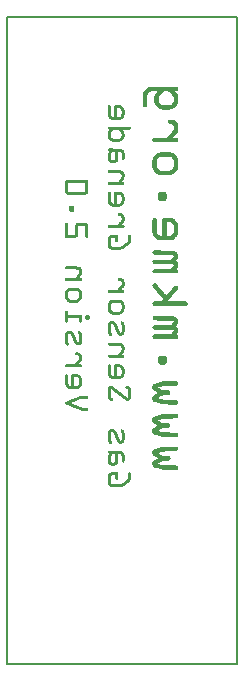
<source format=gbo>
G04 MADE WITH FRITZING*
G04 WWW.FRITZING.ORG*
G04 DOUBLE SIDED*
G04 HOLES PLATED*
G04 CONTOUR ON CENTER OF CONTOUR VECTOR*
%ASAXBY*%
%FSLAX23Y23*%
%MOIN*%
%OFA0B0*%
%SFA1.0B1.0*%
%ADD10R,0.775433X2.163190X0.759433X2.147190*%
%ADD11C,0.008000*%
%ADD12R,0.001000X0.001000*%
%LNSILK0*%
G90*
G70*
G54D11*
X4Y2159D02*
X771Y2159D01*
X771Y4D01*
X4Y4D01*
X4Y2159D01*
D02*
G54D12*
X480Y1926D02*
X569Y1926D01*
X477Y1925D02*
X571Y1925D01*
X475Y1924D02*
X572Y1924D01*
X473Y1923D02*
X573Y1923D01*
X471Y1922D02*
X574Y1922D01*
X470Y1921D02*
X574Y1921D01*
X469Y1920D02*
X574Y1920D01*
X468Y1919D02*
X574Y1919D01*
X467Y1918D02*
X574Y1918D01*
X466Y1917D02*
X574Y1917D01*
X465Y1916D02*
X574Y1916D01*
X464Y1915D02*
X573Y1915D01*
X464Y1914D02*
X573Y1914D01*
X463Y1913D02*
X572Y1913D01*
X462Y1912D02*
X570Y1912D01*
X461Y1911D02*
X483Y1911D01*
X505Y1911D02*
X528Y1911D01*
X542Y1911D02*
X565Y1911D01*
X461Y1910D02*
X480Y1910D01*
X505Y1910D02*
X525Y1910D01*
X545Y1910D02*
X565Y1910D01*
X460Y1909D02*
X479Y1909D01*
X504Y1909D02*
X524Y1909D01*
X546Y1909D02*
X566Y1909D01*
X459Y1908D02*
X478Y1908D01*
X503Y1908D02*
X523Y1908D01*
X547Y1908D02*
X566Y1908D01*
X459Y1907D02*
X477Y1907D01*
X502Y1907D02*
X522Y1907D01*
X548Y1907D02*
X567Y1907D01*
X459Y1906D02*
X476Y1906D01*
X502Y1906D02*
X521Y1906D01*
X549Y1906D02*
X568Y1906D01*
X458Y1905D02*
X475Y1905D01*
X501Y1905D02*
X520Y1905D01*
X550Y1905D02*
X569Y1905D01*
X458Y1904D02*
X474Y1904D01*
X500Y1904D02*
X519Y1904D01*
X551Y1904D02*
X570Y1904D01*
X458Y1903D02*
X473Y1903D01*
X499Y1903D02*
X518Y1903D01*
X552Y1903D02*
X570Y1903D01*
X457Y1902D02*
X473Y1902D01*
X499Y1902D02*
X517Y1902D01*
X552Y1902D02*
X571Y1902D01*
X457Y1901D02*
X472Y1901D01*
X498Y1901D02*
X517Y1901D01*
X553Y1901D02*
X572Y1901D01*
X457Y1900D02*
X472Y1900D01*
X498Y1900D02*
X516Y1900D01*
X554Y1900D02*
X572Y1900D01*
X457Y1899D02*
X472Y1899D01*
X497Y1899D02*
X515Y1899D01*
X555Y1899D02*
X573Y1899D01*
X457Y1898D02*
X471Y1898D01*
X497Y1898D02*
X514Y1898D01*
X556Y1898D02*
X573Y1898D01*
X457Y1897D02*
X471Y1897D01*
X497Y1897D02*
X513Y1897D01*
X557Y1897D02*
X573Y1897D01*
X457Y1896D02*
X471Y1896D01*
X496Y1896D02*
X512Y1896D01*
X558Y1896D02*
X574Y1896D01*
X457Y1895D02*
X471Y1895D01*
X496Y1895D02*
X511Y1895D01*
X558Y1895D02*
X574Y1895D01*
X457Y1894D02*
X471Y1894D01*
X496Y1894D02*
X511Y1894D01*
X559Y1894D02*
X574Y1894D01*
X457Y1893D02*
X471Y1893D01*
X496Y1893D02*
X510Y1893D01*
X560Y1893D02*
X574Y1893D01*
X457Y1892D02*
X471Y1892D01*
X496Y1892D02*
X510Y1892D01*
X560Y1892D02*
X574Y1892D01*
X457Y1891D02*
X471Y1891D01*
X496Y1891D02*
X510Y1891D01*
X560Y1891D02*
X574Y1891D01*
X457Y1890D02*
X471Y1890D01*
X496Y1890D02*
X510Y1890D01*
X560Y1890D02*
X574Y1890D01*
X457Y1889D02*
X471Y1889D01*
X496Y1889D02*
X510Y1889D01*
X560Y1889D02*
X574Y1889D01*
X457Y1888D02*
X471Y1888D01*
X496Y1888D02*
X510Y1888D01*
X560Y1888D02*
X574Y1888D01*
X457Y1887D02*
X471Y1887D01*
X496Y1887D02*
X510Y1887D01*
X560Y1887D02*
X574Y1887D01*
X457Y1886D02*
X471Y1886D01*
X496Y1886D02*
X510Y1886D01*
X560Y1886D02*
X574Y1886D01*
X457Y1885D02*
X471Y1885D01*
X496Y1885D02*
X510Y1885D01*
X560Y1885D02*
X574Y1885D01*
X457Y1884D02*
X471Y1884D01*
X496Y1884D02*
X510Y1884D01*
X560Y1884D02*
X574Y1884D01*
X457Y1883D02*
X471Y1883D01*
X496Y1883D02*
X510Y1883D01*
X560Y1883D02*
X574Y1883D01*
X457Y1882D02*
X471Y1882D01*
X496Y1882D02*
X510Y1882D01*
X560Y1882D02*
X574Y1882D01*
X457Y1881D02*
X471Y1881D01*
X496Y1881D02*
X510Y1881D01*
X560Y1881D02*
X574Y1881D01*
X457Y1880D02*
X471Y1880D01*
X496Y1880D02*
X510Y1880D01*
X560Y1880D02*
X574Y1880D01*
X457Y1879D02*
X471Y1879D01*
X496Y1879D02*
X510Y1879D01*
X560Y1879D02*
X574Y1879D01*
X457Y1878D02*
X471Y1878D01*
X496Y1878D02*
X510Y1878D01*
X560Y1878D02*
X574Y1878D01*
X457Y1877D02*
X471Y1877D01*
X496Y1877D02*
X510Y1877D01*
X560Y1877D02*
X574Y1877D01*
X457Y1876D02*
X471Y1876D01*
X496Y1876D02*
X511Y1876D01*
X559Y1876D02*
X574Y1876D01*
X457Y1875D02*
X471Y1875D01*
X496Y1875D02*
X511Y1875D01*
X559Y1875D02*
X574Y1875D01*
X457Y1874D02*
X471Y1874D01*
X496Y1874D02*
X511Y1874D01*
X558Y1874D02*
X574Y1874D01*
X457Y1873D02*
X471Y1873D01*
X497Y1873D02*
X512Y1873D01*
X557Y1873D02*
X573Y1873D01*
X457Y1872D02*
X471Y1872D01*
X497Y1872D02*
X513Y1872D01*
X556Y1872D02*
X573Y1872D01*
X457Y1871D02*
X471Y1871D01*
X497Y1871D02*
X514Y1871D01*
X556Y1871D02*
X573Y1871D01*
X457Y1870D02*
X471Y1870D01*
X497Y1870D02*
X515Y1870D01*
X555Y1870D02*
X572Y1870D01*
X457Y1869D02*
X471Y1869D01*
X498Y1869D02*
X516Y1869D01*
X554Y1869D02*
X572Y1869D01*
X457Y1868D02*
X471Y1868D01*
X499Y1868D02*
X517Y1868D01*
X553Y1868D02*
X571Y1868D01*
X457Y1867D02*
X471Y1867D01*
X499Y1867D02*
X519Y1867D01*
X551Y1867D02*
X571Y1867D01*
X457Y1866D02*
X471Y1866D01*
X500Y1866D02*
X570Y1866D01*
X343Y1865D02*
X346Y1865D01*
X364Y1865D02*
X381Y1865D01*
X457Y1865D02*
X471Y1865D01*
X501Y1865D02*
X569Y1865D01*
X341Y1864D02*
X347Y1864D01*
X363Y1864D02*
X384Y1864D01*
X457Y1864D02*
X471Y1864D01*
X501Y1864D02*
X569Y1864D01*
X341Y1863D02*
X348Y1863D01*
X362Y1863D02*
X386Y1863D01*
X458Y1863D02*
X471Y1863D01*
X502Y1863D02*
X568Y1863D01*
X340Y1862D02*
X349Y1862D01*
X361Y1862D02*
X387Y1862D01*
X458Y1862D02*
X470Y1862D01*
X503Y1862D02*
X567Y1862D01*
X340Y1861D02*
X349Y1861D01*
X361Y1861D02*
X388Y1861D01*
X459Y1861D02*
X470Y1861D01*
X504Y1861D02*
X566Y1861D01*
X340Y1860D02*
X349Y1860D01*
X361Y1860D02*
X389Y1860D01*
X460Y1860D02*
X468Y1860D01*
X505Y1860D02*
X565Y1860D01*
X340Y1859D02*
X349Y1859D01*
X361Y1859D02*
X390Y1859D01*
X462Y1859D02*
X467Y1859D01*
X506Y1859D02*
X564Y1859D01*
X340Y1858D02*
X349Y1858D01*
X361Y1858D02*
X391Y1858D01*
X507Y1858D02*
X563Y1858D01*
X340Y1857D02*
X349Y1857D01*
X361Y1857D02*
X392Y1857D01*
X508Y1857D02*
X562Y1857D01*
X340Y1856D02*
X349Y1856D01*
X361Y1856D02*
X392Y1856D01*
X509Y1856D02*
X561Y1856D01*
X340Y1855D02*
X349Y1855D01*
X361Y1855D02*
X370Y1855D01*
X380Y1855D02*
X393Y1855D01*
X510Y1855D02*
X560Y1855D01*
X340Y1854D02*
X349Y1854D01*
X361Y1854D02*
X370Y1854D01*
X382Y1854D02*
X394Y1854D01*
X512Y1854D02*
X558Y1854D01*
X340Y1853D02*
X349Y1853D01*
X361Y1853D02*
X370Y1853D01*
X383Y1853D02*
X394Y1853D01*
X513Y1853D02*
X557Y1853D01*
X340Y1852D02*
X349Y1852D01*
X361Y1852D02*
X370Y1852D01*
X384Y1852D02*
X395Y1852D01*
X516Y1852D02*
X554Y1852D01*
X340Y1851D02*
X349Y1851D01*
X361Y1851D02*
X370Y1851D01*
X385Y1851D02*
X395Y1851D01*
X521Y1851D02*
X548Y1851D01*
X340Y1850D02*
X349Y1850D01*
X361Y1850D02*
X370Y1850D01*
X385Y1850D02*
X395Y1850D01*
X340Y1849D02*
X349Y1849D01*
X361Y1849D02*
X370Y1849D01*
X386Y1849D02*
X395Y1849D01*
X340Y1848D02*
X349Y1848D01*
X361Y1848D02*
X370Y1848D01*
X386Y1848D02*
X396Y1848D01*
X340Y1847D02*
X349Y1847D01*
X361Y1847D02*
X370Y1847D01*
X386Y1847D02*
X396Y1847D01*
X340Y1846D02*
X349Y1846D01*
X361Y1846D02*
X370Y1846D01*
X387Y1846D02*
X396Y1846D01*
X340Y1845D02*
X349Y1845D01*
X361Y1845D02*
X370Y1845D01*
X387Y1845D02*
X396Y1845D01*
X340Y1844D02*
X349Y1844D01*
X361Y1844D02*
X370Y1844D01*
X387Y1844D02*
X396Y1844D01*
X340Y1843D02*
X349Y1843D01*
X361Y1843D02*
X370Y1843D01*
X387Y1843D02*
X396Y1843D01*
X340Y1842D02*
X349Y1842D01*
X361Y1842D02*
X370Y1842D01*
X387Y1842D02*
X396Y1842D01*
X340Y1841D02*
X349Y1841D01*
X361Y1841D02*
X370Y1841D01*
X387Y1841D02*
X396Y1841D01*
X340Y1840D02*
X349Y1840D01*
X361Y1840D02*
X370Y1840D01*
X387Y1840D02*
X396Y1840D01*
X340Y1839D02*
X349Y1839D01*
X361Y1839D02*
X370Y1839D01*
X387Y1839D02*
X396Y1839D01*
X340Y1838D02*
X349Y1838D01*
X361Y1838D02*
X370Y1838D01*
X387Y1838D02*
X396Y1838D01*
X340Y1837D02*
X349Y1837D01*
X361Y1837D02*
X370Y1837D01*
X387Y1837D02*
X396Y1837D01*
X340Y1836D02*
X349Y1836D01*
X361Y1836D02*
X370Y1836D01*
X387Y1836D02*
X396Y1836D01*
X340Y1835D02*
X349Y1835D01*
X361Y1835D02*
X370Y1835D01*
X387Y1835D02*
X396Y1835D01*
X340Y1834D02*
X349Y1834D01*
X361Y1834D02*
X370Y1834D01*
X386Y1834D02*
X396Y1834D01*
X340Y1833D02*
X349Y1833D01*
X361Y1833D02*
X370Y1833D01*
X386Y1833D02*
X396Y1833D01*
X340Y1832D02*
X350Y1832D01*
X361Y1832D02*
X370Y1832D01*
X386Y1832D02*
X395Y1832D01*
X340Y1831D02*
X350Y1831D01*
X361Y1831D02*
X370Y1831D01*
X385Y1831D02*
X395Y1831D01*
X340Y1830D02*
X351Y1830D01*
X361Y1830D02*
X370Y1830D01*
X385Y1830D02*
X395Y1830D01*
X341Y1829D02*
X352Y1829D01*
X361Y1829D02*
X370Y1829D01*
X384Y1829D02*
X395Y1829D01*
X341Y1828D02*
X353Y1828D01*
X361Y1828D02*
X370Y1828D01*
X383Y1828D02*
X394Y1828D01*
X342Y1827D02*
X354Y1827D01*
X361Y1827D02*
X370Y1827D01*
X382Y1827D02*
X394Y1827D01*
X342Y1826D02*
X356Y1826D01*
X361Y1826D02*
X370Y1826D01*
X380Y1826D02*
X393Y1826D01*
X343Y1825D02*
X392Y1825D01*
X344Y1824D02*
X392Y1824D01*
X345Y1823D02*
X391Y1823D01*
X346Y1822D02*
X390Y1822D01*
X346Y1821D02*
X389Y1821D01*
X347Y1820D02*
X388Y1820D01*
X348Y1819D02*
X387Y1819D01*
X350Y1818D02*
X385Y1818D01*
X352Y1817D02*
X383Y1817D01*
X546Y1817D02*
X555Y1817D01*
X355Y1816D02*
X380Y1816D01*
X544Y1816D02*
X559Y1816D01*
X543Y1815D02*
X561Y1815D01*
X542Y1814D02*
X563Y1814D01*
X542Y1813D02*
X565Y1813D01*
X541Y1812D02*
X566Y1812D01*
X541Y1811D02*
X567Y1811D01*
X541Y1810D02*
X568Y1810D01*
X541Y1809D02*
X569Y1809D01*
X541Y1808D02*
X570Y1808D01*
X541Y1807D02*
X570Y1807D01*
X542Y1806D02*
X571Y1806D01*
X542Y1805D02*
X572Y1805D01*
X543Y1804D02*
X572Y1804D01*
X544Y1803D02*
X573Y1803D01*
X548Y1802D02*
X573Y1802D01*
X556Y1801D02*
X573Y1801D01*
X558Y1800D02*
X574Y1800D01*
X558Y1799D02*
X574Y1799D01*
X559Y1798D02*
X574Y1798D01*
X560Y1797D02*
X574Y1797D01*
X560Y1796D02*
X574Y1796D01*
X560Y1795D02*
X574Y1795D01*
X560Y1794D02*
X574Y1794D01*
X343Y1793D02*
X414Y1793D01*
X560Y1793D02*
X574Y1793D01*
X341Y1792D02*
X415Y1792D01*
X560Y1792D02*
X574Y1792D01*
X341Y1791D02*
X416Y1791D01*
X560Y1791D02*
X574Y1791D01*
X340Y1790D02*
X416Y1790D01*
X560Y1790D02*
X574Y1790D01*
X340Y1789D02*
X417Y1789D01*
X560Y1789D02*
X574Y1789D01*
X340Y1788D02*
X417Y1788D01*
X560Y1788D02*
X574Y1788D01*
X340Y1787D02*
X417Y1787D01*
X560Y1787D02*
X574Y1787D01*
X341Y1786D02*
X416Y1786D01*
X560Y1786D02*
X574Y1786D01*
X341Y1785D02*
X415Y1785D01*
X560Y1785D02*
X574Y1785D01*
X343Y1784D02*
X414Y1784D01*
X560Y1784D02*
X574Y1784D01*
X346Y1783D02*
X359Y1783D01*
X376Y1783D02*
X389Y1783D01*
X560Y1783D02*
X574Y1783D01*
X345Y1782D02*
X358Y1782D01*
X377Y1782D02*
X390Y1782D01*
X560Y1782D02*
X574Y1782D01*
X344Y1781D02*
X357Y1781D01*
X378Y1781D02*
X391Y1781D01*
X559Y1781D02*
X574Y1781D01*
X344Y1780D02*
X356Y1780D01*
X379Y1780D02*
X392Y1780D01*
X558Y1780D02*
X574Y1780D01*
X343Y1779D02*
X355Y1779D01*
X380Y1779D02*
X392Y1779D01*
X557Y1779D02*
X574Y1779D01*
X342Y1778D02*
X354Y1778D01*
X381Y1778D02*
X393Y1778D01*
X556Y1778D02*
X574Y1778D01*
X342Y1777D02*
X354Y1777D01*
X382Y1777D02*
X394Y1777D01*
X555Y1777D02*
X574Y1777D01*
X341Y1776D02*
X353Y1776D01*
X383Y1776D02*
X394Y1776D01*
X555Y1776D02*
X574Y1776D01*
X341Y1775D02*
X352Y1775D01*
X384Y1775D02*
X395Y1775D01*
X554Y1775D02*
X573Y1775D01*
X341Y1774D02*
X351Y1774D01*
X384Y1774D02*
X395Y1774D01*
X553Y1774D02*
X572Y1774D01*
X340Y1773D02*
X350Y1773D01*
X385Y1773D02*
X395Y1773D01*
X552Y1773D02*
X571Y1773D01*
X340Y1772D02*
X350Y1772D01*
X386Y1772D02*
X395Y1772D01*
X551Y1772D02*
X570Y1772D01*
X340Y1771D02*
X349Y1771D01*
X386Y1771D02*
X395Y1771D01*
X550Y1771D02*
X570Y1771D01*
X340Y1770D02*
X349Y1770D01*
X386Y1770D02*
X396Y1770D01*
X549Y1770D02*
X569Y1770D01*
X340Y1769D02*
X349Y1769D01*
X387Y1769D02*
X396Y1769D01*
X549Y1769D02*
X568Y1769D01*
X340Y1768D02*
X349Y1768D01*
X387Y1768D02*
X396Y1768D01*
X548Y1768D02*
X567Y1768D01*
X340Y1767D02*
X349Y1767D01*
X387Y1767D02*
X396Y1767D01*
X547Y1767D02*
X566Y1767D01*
X340Y1766D02*
X349Y1766D01*
X387Y1766D02*
X396Y1766D01*
X546Y1766D02*
X565Y1766D01*
X340Y1765D02*
X349Y1765D01*
X387Y1765D02*
X396Y1765D01*
X545Y1765D02*
X564Y1765D01*
X340Y1764D02*
X349Y1764D01*
X387Y1764D02*
X396Y1764D01*
X544Y1764D02*
X564Y1764D01*
X340Y1763D02*
X349Y1763D01*
X387Y1763D02*
X396Y1763D01*
X543Y1763D02*
X563Y1763D01*
X340Y1762D02*
X349Y1762D01*
X386Y1762D02*
X396Y1762D01*
X543Y1762D02*
X562Y1762D01*
X340Y1761D02*
X349Y1761D01*
X386Y1761D02*
X396Y1761D01*
X542Y1761D02*
X561Y1761D01*
X340Y1760D02*
X350Y1760D01*
X386Y1760D02*
X395Y1760D01*
X541Y1760D02*
X560Y1760D01*
X340Y1759D02*
X350Y1759D01*
X385Y1759D02*
X395Y1759D01*
X540Y1759D02*
X559Y1759D01*
X340Y1758D02*
X351Y1758D01*
X385Y1758D02*
X395Y1758D01*
X539Y1758D02*
X558Y1758D01*
X341Y1757D02*
X352Y1757D01*
X384Y1757D02*
X395Y1757D01*
X496Y1757D02*
X567Y1757D01*
X341Y1756D02*
X353Y1756D01*
X383Y1756D02*
X394Y1756D01*
X493Y1756D02*
X570Y1756D01*
X342Y1755D02*
X354Y1755D01*
X382Y1755D02*
X394Y1755D01*
X492Y1755D02*
X572Y1755D01*
X342Y1754D02*
X356Y1754D01*
X380Y1754D02*
X393Y1754D01*
X491Y1754D02*
X573Y1754D01*
X343Y1753D02*
X392Y1753D01*
X490Y1753D02*
X573Y1753D01*
X344Y1752D02*
X392Y1752D01*
X490Y1752D02*
X574Y1752D01*
X345Y1751D02*
X391Y1751D01*
X489Y1751D02*
X574Y1751D01*
X346Y1750D02*
X390Y1750D01*
X489Y1750D02*
X574Y1750D01*
X346Y1749D02*
X389Y1749D01*
X489Y1749D02*
X574Y1749D01*
X347Y1748D02*
X388Y1748D01*
X489Y1748D02*
X574Y1748D01*
X348Y1747D02*
X387Y1747D01*
X490Y1747D02*
X574Y1747D01*
X350Y1746D02*
X386Y1746D01*
X490Y1746D02*
X574Y1746D01*
X352Y1745D02*
X384Y1745D01*
X491Y1745D02*
X573Y1745D01*
X355Y1744D02*
X381Y1744D01*
X492Y1744D02*
X572Y1744D01*
X493Y1743D02*
X571Y1743D01*
X495Y1742D02*
X568Y1742D01*
X343Y1721D02*
X357Y1721D01*
X341Y1720D02*
X383Y1720D01*
X341Y1719D02*
X386Y1719D01*
X340Y1718D02*
X388Y1718D01*
X340Y1717D02*
X390Y1717D01*
X340Y1716D02*
X391Y1716D01*
X340Y1715D02*
X392Y1715D01*
X341Y1714D02*
X393Y1714D01*
X341Y1713D02*
X393Y1713D01*
X343Y1712D02*
X394Y1712D01*
X345Y1711D02*
X394Y1711D01*
X344Y1710D02*
X355Y1710D01*
X363Y1710D02*
X374Y1710D01*
X381Y1710D02*
X395Y1710D01*
X343Y1709D02*
X354Y1709D01*
X364Y1709D02*
X374Y1709D01*
X384Y1709D02*
X395Y1709D01*
X343Y1708D02*
X354Y1708D01*
X365Y1708D02*
X374Y1708D01*
X386Y1708D02*
X395Y1708D01*
X515Y1708D02*
X549Y1708D01*
X342Y1707D02*
X353Y1707D01*
X365Y1707D02*
X374Y1707D01*
X386Y1707D02*
X395Y1707D01*
X509Y1707D02*
X554Y1707D01*
X342Y1706D02*
X352Y1706D01*
X365Y1706D02*
X374Y1706D01*
X386Y1706D02*
X396Y1706D01*
X507Y1706D02*
X557Y1706D01*
X341Y1705D02*
X352Y1705D01*
X365Y1705D02*
X374Y1705D01*
X387Y1705D02*
X396Y1705D01*
X505Y1705D02*
X558Y1705D01*
X341Y1704D02*
X351Y1704D01*
X365Y1704D02*
X374Y1704D01*
X387Y1704D02*
X396Y1704D01*
X504Y1704D02*
X560Y1704D01*
X340Y1703D02*
X351Y1703D01*
X365Y1703D02*
X374Y1703D01*
X387Y1703D02*
X396Y1703D01*
X503Y1703D02*
X561Y1703D01*
X340Y1702D02*
X350Y1702D01*
X365Y1702D02*
X374Y1702D01*
X387Y1702D02*
X396Y1702D01*
X502Y1702D02*
X562Y1702D01*
X340Y1701D02*
X349Y1701D01*
X365Y1701D02*
X374Y1701D01*
X387Y1701D02*
X396Y1701D01*
X501Y1701D02*
X563Y1701D01*
X340Y1700D02*
X349Y1700D01*
X365Y1700D02*
X374Y1700D01*
X387Y1700D02*
X396Y1700D01*
X500Y1700D02*
X564Y1700D01*
X340Y1699D02*
X349Y1699D01*
X365Y1699D02*
X374Y1699D01*
X387Y1699D02*
X396Y1699D01*
X499Y1699D02*
X565Y1699D01*
X340Y1698D02*
X349Y1698D01*
X365Y1698D02*
X374Y1698D01*
X387Y1698D02*
X396Y1698D01*
X498Y1698D02*
X566Y1698D01*
X340Y1697D02*
X349Y1697D01*
X365Y1697D02*
X374Y1697D01*
X387Y1697D02*
X396Y1697D01*
X497Y1697D02*
X567Y1697D01*
X340Y1696D02*
X349Y1696D01*
X365Y1696D02*
X374Y1696D01*
X387Y1696D02*
X396Y1696D01*
X496Y1696D02*
X568Y1696D01*
X340Y1695D02*
X349Y1695D01*
X365Y1695D02*
X374Y1695D01*
X387Y1695D02*
X396Y1695D01*
X495Y1695D02*
X568Y1695D01*
X340Y1694D02*
X349Y1694D01*
X365Y1694D02*
X374Y1694D01*
X387Y1694D02*
X396Y1694D01*
X494Y1694D02*
X569Y1694D01*
X340Y1693D02*
X349Y1693D01*
X365Y1693D02*
X374Y1693D01*
X387Y1693D02*
X396Y1693D01*
X494Y1693D02*
X570Y1693D01*
X340Y1692D02*
X349Y1692D01*
X365Y1692D02*
X374Y1692D01*
X387Y1692D02*
X396Y1692D01*
X493Y1692D02*
X512Y1692D01*
X551Y1692D02*
X571Y1692D01*
X340Y1691D02*
X349Y1691D01*
X365Y1691D02*
X374Y1691D01*
X387Y1691D02*
X396Y1691D01*
X492Y1691D02*
X511Y1691D01*
X553Y1691D02*
X571Y1691D01*
X340Y1690D02*
X349Y1690D01*
X365Y1690D02*
X374Y1690D01*
X387Y1690D02*
X396Y1690D01*
X492Y1690D02*
X510Y1690D01*
X554Y1690D02*
X572Y1690D01*
X340Y1689D02*
X349Y1689D01*
X365Y1689D02*
X374Y1689D01*
X387Y1689D02*
X396Y1689D01*
X491Y1689D02*
X509Y1689D01*
X555Y1689D02*
X572Y1689D01*
X340Y1688D02*
X349Y1688D01*
X365Y1688D02*
X374Y1688D01*
X387Y1688D02*
X396Y1688D01*
X491Y1688D02*
X508Y1688D01*
X556Y1688D02*
X573Y1688D01*
X340Y1687D02*
X349Y1687D01*
X365Y1687D02*
X374Y1687D01*
X387Y1687D02*
X396Y1687D01*
X490Y1687D02*
X507Y1687D01*
X557Y1687D02*
X573Y1687D01*
X340Y1686D02*
X349Y1686D01*
X365Y1686D02*
X374Y1686D01*
X387Y1686D02*
X395Y1686D01*
X490Y1686D02*
X506Y1686D01*
X558Y1686D02*
X573Y1686D01*
X340Y1685D02*
X349Y1685D01*
X365Y1685D02*
X374Y1685D01*
X387Y1685D02*
X395Y1685D01*
X490Y1685D02*
X505Y1685D01*
X558Y1685D02*
X574Y1685D01*
X340Y1684D02*
X350Y1684D01*
X364Y1684D02*
X374Y1684D01*
X387Y1684D02*
X395Y1684D01*
X490Y1684D02*
X505Y1684D01*
X559Y1684D02*
X574Y1684D01*
X340Y1683D02*
X351Y1683D01*
X364Y1683D02*
X374Y1683D01*
X388Y1683D02*
X394Y1683D01*
X490Y1683D02*
X504Y1683D01*
X559Y1683D02*
X574Y1683D01*
X341Y1682D02*
X353Y1682D01*
X362Y1682D02*
X374Y1682D01*
X390Y1682D02*
X392Y1682D01*
X489Y1682D02*
X504Y1682D01*
X560Y1682D02*
X574Y1682D01*
X341Y1681D02*
X373Y1681D01*
X489Y1681D02*
X504Y1681D01*
X560Y1681D02*
X574Y1681D01*
X341Y1680D02*
X373Y1680D01*
X489Y1680D02*
X504Y1680D01*
X560Y1680D02*
X574Y1680D01*
X342Y1679D02*
X372Y1679D01*
X489Y1679D02*
X504Y1679D01*
X560Y1679D02*
X574Y1679D01*
X343Y1678D02*
X372Y1678D01*
X489Y1678D02*
X504Y1678D01*
X560Y1678D02*
X574Y1678D01*
X343Y1677D02*
X371Y1677D01*
X489Y1677D02*
X504Y1677D01*
X560Y1677D02*
X574Y1677D01*
X344Y1676D02*
X370Y1676D01*
X489Y1676D02*
X504Y1676D01*
X560Y1676D02*
X574Y1676D01*
X346Y1675D02*
X369Y1675D01*
X489Y1675D02*
X504Y1675D01*
X560Y1675D02*
X574Y1675D01*
X347Y1674D02*
X367Y1674D01*
X489Y1674D02*
X504Y1674D01*
X560Y1674D02*
X574Y1674D01*
X349Y1673D02*
X366Y1673D01*
X489Y1673D02*
X504Y1673D01*
X560Y1673D02*
X574Y1673D01*
X352Y1672D02*
X363Y1672D01*
X489Y1672D02*
X504Y1672D01*
X560Y1672D02*
X574Y1672D01*
X489Y1671D02*
X504Y1671D01*
X560Y1671D02*
X574Y1671D01*
X489Y1670D02*
X504Y1670D01*
X560Y1670D02*
X574Y1670D01*
X489Y1669D02*
X504Y1669D01*
X560Y1669D02*
X574Y1669D01*
X489Y1668D02*
X504Y1668D01*
X560Y1668D02*
X574Y1668D01*
X489Y1667D02*
X504Y1667D01*
X560Y1667D02*
X574Y1667D01*
X489Y1666D02*
X504Y1666D01*
X560Y1666D02*
X574Y1666D01*
X489Y1665D02*
X504Y1665D01*
X560Y1665D02*
X574Y1665D01*
X489Y1664D02*
X504Y1664D01*
X560Y1664D02*
X574Y1664D01*
X489Y1663D02*
X504Y1663D01*
X560Y1663D02*
X574Y1663D01*
X489Y1662D02*
X504Y1662D01*
X560Y1662D02*
X574Y1662D01*
X489Y1661D02*
X504Y1661D01*
X560Y1661D02*
X574Y1661D01*
X489Y1660D02*
X504Y1660D01*
X560Y1660D02*
X574Y1660D01*
X489Y1659D02*
X504Y1659D01*
X560Y1659D02*
X574Y1659D01*
X489Y1658D02*
X504Y1658D01*
X559Y1658D02*
X574Y1658D01*
X490Y1657D02*
X505Y1657D01*
X559Y1657D02*
X574Y1657D01*
X490Y1656D02*
X505Y1656D01*
X558Y1656D02*
X574Y1656D01*
X490Y1655D02*
X506Y1655D01*
X558Y1655D02*
X573Y1655D01*
X490Y1654D02*
X507Y1654D01*
X557Y1654D02*
X573Y1654D01*
X491Y1653D02*
X508Y1653D01*
X556Y1653D02*
X573Y1653D01*
X491Y1652D02*
X509Y1652D01*
X555Y1652D02*
X572Y1652D01*
X492Y1651D02*
X509Y1651D01*
X554Y1651D02*
X572Y1651D01*
X492Y1650D02*
X511Y1650D01*
X553Y1650D02*
X572Y1650D01*
X343Y1649D02*
X356Y1649D01*
X493Y1649D02*
X512Y1649D01*
X552Y1649D02*
X571Y1649D01*
X342Y1648D02*
X383Y1648D01*
X493Y1648D02*
X515Y1648D01*
X548Y1648D02*
X570Y1648D01*
X341Y1647D02*
X386Y1647D01*
X494Y1647D02*
X569Y1647D01*
X340Y1646D02*
X388Y1646D01*
X495Y1646D02*
X569Y1646D01*
X340Y1645D02*
X390Y1645D01*
X496Y1645D02*
X568Y1645D01*
X340Y1644D02*
X391Y1644D01*
X496Y1644D02*
X567Y1644D01*
X340Y1643D02*
X392Y1643D01*
X497Y1643D02*
X566Y1643D01*
X341Y1642D02*
X393Y1642D01*
X498Y1642D02*
X565Y1642D01*
X341Y1641D02*
X393Y1641D01*
X499Y1641D02*
X564Y1641D01*
X343Y1640D02*
X394Y1640D01*
X500Y1640D02*
X564Y1640D01*
X356Y1639D02*
X394Y1639D01*
X501Y1639D02*
X563Y1639D01*
X382Y1638D02*
X395Y1638D01*
X502Y1638D02*
X561Y1638D01*
X384Y1637D02*
X395Y1637D01*
X503Y1637D02*
X560Y1637D01*
X385Y1636D02*
X395Y1636D01*
X505Y1636D02*
X558Y1636D01*
X386Y1635D02*
X395Y1635D01*
X506Y1635D02*
X557Y1635D01*
X386Y1634D02*
X396Y1634D01*
X509Y1634D02*
X554Y1634D01*
X387Y1633D02*
X396Y1633D01*
X513Y1633D02*
X551Y1633D01*
X387Y1632D02*
X396Y1632D01*
X387Y1631D02*
X396Y1631D01*
X387Y1630D02*
X396Y1630D01*
X387Y1629D02*
X396Y1629D01*
X387Y1628D02*
X396Y1628D01*
X387Y1627D02*
X396Y1627D01*
X386Y1626D02*
X396Y1626D01*
X386Y1625D02*
X395Y1625D01*
X385Y1624D02*
X395Y1624D01*
X385Y1623D02*
X395Y1623D01*
X384Y1622D02*
X395Y1622D01*
X383Y1621D02*
X394Y1621D01*
X383Y1620D02*
X394Y1620D01*
X382Y1619D02*
X393Y1619D01*
X381Y1618D02*
X392Y1618D01*
X206Y1617D02*
X267Y1617D01*
X381Y1617D02*
X392Y1617D01*
X203Y1616D02*
X269Y1616D01*
X380Y1616D02*
X391Y1616D01*
X202Y1615D02*
X271Y1615D01*
X379Y1615D02*
X390Y1615D01*
X201Y1614D02*
X272Y1614D01*
X379Y1614D02*
X390Y1614D01*
X200Y1613D02*
X273Y1613D01*
X378Y1613D02*
X389Y1613D01*
X199Y1612D02*
X273Y1612D01*
X377Y1612D02*
X389Y1612D01*
X199Y1611D02*
X274Y1611D01*
X377Y1611D02*
X388Y1611D01*
X198Y1610D02*
X274Y1610D01*
X376Y1610D02*
X388Y1610D01*
X198Y1609D02*
X274Y1609D01*
X342Y1609D02*
X393Y1609D01*
X198Y1608D02*
X275Y1608D01*
X341Y1608D02*
X394Y1608D01*
X198Y1607D02*
X207Y1607D01*
X265Y1607D02*
X275Y1607D01*
X340Y1607D02*
X395Y1607D01*
X198Y1606D02*
X207Y1606D01*
X266Y1606D02*
X275Y1606D01*
X340Y1606D02*
X395Y1606D01*
X198Y1605D02*
X207Y1605D01*
X266Y1605D02*
X275Y1605D01*
X340Y1605D02*
X396Y1605D01*
X198Y1604D02*
X207Y1604D01*
X266Y1604D02*
X275Y1604D01*
X340Y1604D02*
X395Y1604D01*
X198Y1603D02*
X207Y1603D01*
X266Y1603D02*
X275Y1603D01*
X340Y1603D02*
X395Y1603D01*
X198Y1602D02*
X207Y1602D01*
X266Y1602D02*
X275Y1602D01*
X341Y1602D02*
X395Y1602D01*
X198Y1601D02*
X207Y1601D01*
X266Y1601D02*
X275Y1601D01*
X342Y1601D02*
X394Y1601D01*
X198Y1600D02*
X207Y1600D01*
X266Y1600D02*
X275Y1600D01*
X343Y1600D02*
X392Y1600D01*
X198Y1599D02*
X207Y1599D01*
X266Y1599D02*
X275Y1599D01*
X198Y1598D02*
X207Y1598D01*
X266Y1598D02*
X275Y1598D01*
X198Y1597D02*
X207Y1597D01*
X266Y1597D02*
X275Y1597D01*
X198Y1596D02*
X207Y1596D01*
X266Y1596D02*
X275Y1596D01*
X198Y1595D02*
X207Y1595D01*
X266Y1595D02*
X275Y1595D01*
X198Y1594D02*
X207Y1594D01*
X266Y1594D02*
X275Y1594D01*
X198Y1593D02*
X207Y1593D01*
X266Y1593D02*
X275Y1593D01*
X198Y1592D02*
X207Y1592D01*
X266Y1592D02*
X275Y1592D01*
X198Y1591D02*
X207Y1591D01*
X266Y1591D02*
X275Y1591D01*
X198Y1590D02*
X207Y1590D01*
X266Y1590D02*
X275Y1590D01*
X198Y1589D02*
X207Y1589D01*
X266Y1589D02*
X275Y1589D01*
X198Y1588D02*
X207Y1588D01*
X266Y1588D02*
X275Y1588D01*
X198Y1587D02*
X207Y1587D01*
X266Y1587D02*
X275Y1587D01*
X198Y1586D02*
X207Y1586D01*
X266Y1586D02*
X275Y1586D01*
X198Y1585D02*
X207Y1585D01*
X266Y1585D02*
X275Y1585D01*
X198Y1584D02*
X207Y1584D01*
X266Y1584D02*
X275Y1584D01*
X198Y1583D02*
X207Y1583D01*
X266Y1583D02*
X275Y1583D01*
X198Y1582D02*
X207Y1582D01*
X266Y1582D02*
X275Y1582D01*
X198Y1581D02*
X207Y1581D01*
X266Y1581D02*
X275Y1581D01*
X198Y1580D02*
X207Y1580D01*
X266Y1580D02*
X275Y1580D01*
X198Y1579D02*
X207Y1579D01*
X266Y1579D02*
X275Y1579D01*
X198Y1578D02*
X207Y1578D01*
X266Y1578D02*
X275Y1578D01*
X198Y1577D02*
X275Y1577D01*
X343Y1577D02*
X346Y1577D01*
X364Y1577D02*
X381Y1577D01*
X198Y1576D02*
X275Y1576D01*
X341Y1576D02*
X347Y1576D01*
X363Y1576D02*
X384Y1576D01*
X514Y1576D02*
X531Y1576D01*
X198Y1575D02*
X274Y1575D01*
X341Y1575D02*
X348Y1575D01*
X362Y1575D02*
X386Y1575D01*
X512Y1575D02*
X532Y1575D01*
X198Y1574D02*
X274Y1574D01*
X340Y1574D02*
X349Y1574D01*
X361Y1574D02*
X387Y1574D01*
X511Y1574D02*
X534Y1574D01*
X199Y1573D02*
X274Y1573D01*
X340Y1573D02*
X349Y1573D01*
X361Y1573D02*
X388Y1573D01*
X510Y1573D02*
X534Y1573D01*
X199Y1572D02*
X273Y1572D01*
X340Y1572D02*
X349Y1572D01*
X361Y1572D02*
X389Y1572D01*
X509Y1572D02*
X535Y1572D01*
X200Y1571D02*
X272Y1571D01*
X340Y1571D02*
X349Y1571D01*
X361Y1571D02*
X390Y1571D01*
X509Y1571D02*
X535Y1571D01*
X201Y1570D02*
X271Y1570D01*
X340Y1570D02*
X349Y1570D01*
X361Y1570D02*
X391Y1570D01*
X509Y1570D02*
X536Y1570D01*
X203Y1569D02*
X270Y1569D01*
X340Y1569D02*
X349Y1569D01*
X361Y1569D02*
X392Y1569D01*
X509Y1569D02*
X536Y1569D01*
X205Y1568D02*
X268Y1568D01*
X340Y1568D02*
X349Y1568D01*
X361Y1568D02*
X392Y1568D01*
X508Y1568D02*
X536Y1568D01*
X340Y1567D02*
X349Y1567D01*
X361Y1567D02*
X370Y1567D01*
X380Y1567D02*
X393Y1567D01*
X508Y1567D02*
X536Y1567D01*
X340Y1566D02*
X349Y1566D01*
X361Y1566D02*
X370Y1566D01*
X382Y1566D02*
X394Y1566D01*
X508Y1566D02*
X536Y1566D01*
X340Y1565D02*
X349Y1565D01*
X361Y1565D02*
X370Y1565D01*
X383Y1565D02*
X394Y1565D01*
X508Y1565D02*
X536Y1565D01*
X340Y1564D02*
X349Y1564D01*
X361Y1564D02*
X370Y1564D01*
X384Y1564D02*
X395Y1564D01*
X508Y1564D02*
X536Y1564D01*
X340Y1563D02*
X349Y1563D01*
X361Y1563D02*
X370Y1563D01*
X385Y1563D02*
X395Y1563D01*
X508Y1563D02*
X536Y1563D01*
X340Y1562D02*
X349Y1562D01*
X361Y1562D02*
X370Y1562D01*
X385Y1562D02*
X395Y1562D01*
X508Y1562D02*
X536Y1562D01*
X340Y1561D02*
X349Y1561D01*
X361Y1561D02*
X370Y1561D01*
X386Y1561D02*
X395Y1561D01*
X508Y1561D02*
X536Y1561D01*
X340Y1560D02*
X349Y1560D01*
X361Y1560D02*
X370Y1560D01*
X386Y1560D02*
X396Y1560D01*
X508Y1560D02*
X536Y1560D01*
X340Y1559D02*
X349Y1559D01*
X361Y1559D02*
X370Y1559D01*
X386Y1559D02*
X396Y1559D01*
X508Y1559D02*
X536Y1559D01*
X340Y1558D02*
X349Y1558D01*
X361Y1558D02*
X370Y1558D01*
X387Y1558D02*
X396Y1558D01*
X508Y1558D02*
X536Y1558D01*
X340Y1557D02*
X349Y1557D01*
X361Y1557D02*
X370Y1557D01*
X387Y1557D02*
X396Y1557D01*
X508Y1557D02*
X536Y1557D01*
X340Y1556D02*
X349Y1556D01*
X361Y1556D02*
X370Y1556D01*
X387Y1556D02*
X396Y1556D01*
X508Y1556D02*
X536Y1556D01*
X340Y1555D02*
X349Y1555D01*
X361Y1555D02*
X370Y1555D01*
X387Y1555D02*
X396Y1555D01*
X508Y1555D02*
X536Y1555D01*
X340Y1554D02*
X349Y1554D01*
X361Y1554D02*
X370Y1554D01*
X387Y1554D02*
X396Y1554D01*
X509Y1554D02*
X536Y1554D01*
X340Y1553D02*
X349Y1553D01*
X361Y1553D02*
X370Y1553D01*
X387Y1553D02*
X396Y1553D01*
X509Y1553D02*
X536Y1553D01*
X340Y1552D02*
X349Y1552D01*
X361Y1552D02*
X370Y1552D01*
X387Y1552D02*
X396Y1552D01*
X509Y1552D02*
X535Y1552D01*
X340Y1551D02*
X349Y1551D01*
X361Y1551D02*
X370Y1551D01*
X387Y1551D02*
X396Y1551D01*
X509Y1551D02*
X535Y1551D01*
X340Y1550D02*
X349Y1550D01*
X361Y1550D02*
X370Y1550D01*
X387Y1550D02*
X396Y1550D01*
X509Y1550D02*
X535Y1550D01*
X340Y1549D02*
X349Y1549D01*
X361Y1549D02*
X370Y1549D01*
X387Y1549D02*
X396Y1549D01*
X510Y1549D02*
X534Y1549D01*
X340Y1548D02*
X349Y1548D01*
X361Y1548D02*
X370Y1548D01*
X387Y1548D02*
X396Y1548D01*
X511Y1548D02*
X533Y1548D01*
X340Y1547D02*
X349Y1547D01*
X361Y1547D02*
X370Y1547D01*
X387Y1547D02*
X396Y1547D01*
X512Y1547D02*
X532Y1547D01*
X340Y1546D02*
X349Y1546D01*
X361Y1546D02*
X370Y1546D01*
X386Y1546D02*
X396Y1546D01*
X516Y1546D02*
X529Y1546D01*
X340Y1545D02*
X349Y1545D01*
X361Y1545D02*
X370Y1545D01*
X386Y1545D02*
X396Y1545D01*
X340Y1544D02*
X350Y1544D01*
X361Y1544D02*
X370Y1544D01*
X386Y1544D02*
X395Y1544D01*
X340Y1543D02*
X350Y1543D01*
X361Y1543D02*
X370Y1543D01*
X385Y1543D02*
X395Y1543D01*
X340Y1542D02*
X351Y1542D01*
X361Y1542D02*
X370Y1542D01*
X384Y1542D02*
X395Y1542D01*
X341Y1541D02*
X352Y1541D01*
X361Y1541D02*
X370Y1541D01*
X384Y1541D02*
X395Y1541D01*
X341Y1540D02*
X353Y1540D01*
X361Y1540D02*
X370Y1540D01*
X383Y1540D02*
X394Y1540D01*
X342Y1539D02*
X354Y1539D01*
X361Y1539D02*
X370Y1539D01*
X382Y1539D02*
X394Y1539D01*
X342Y1538D02*
X356Y1538D01*
X361Y1538D02*
X370Y1538D01*
X380Y1538D02*
X393Y1538D01*
X343Y1537D02*
X392Y1537D01*
X344Y1536D02*
X392Y1536D01*
X345Y1535D02*
X391Y1535D01*
X346Y1534D02*
X390Y1534D01*
X346Y1533D02*
X389Y1533D01*
X347Y1532D02*
X388Y1532D01*
X348Y1531D02*
X387Y1531D01*
X214Y1530D02*
X225Y1530D01*
X350Y1530D02*
X385Y1530D01*
X212Y1529D02*
X226Y1529D01*
X352Y1529D02*
X383Y1529D01*
X211Y1528D02*
X227Y1528D01*
X355Y1528D02*
X380Y1528D01*
X211Y1527D02*
X228Y1527D01*
X211Y1526D02*
X228Y1526D01*
X210Y1525D02*
X228Y1525D01*
X210Y1524D02*
X228Y1524D01*
X210Y1523D02*
X228Y1523D01*
X210Y1522D02*
X228Y1522D01*
X210Y1521D02*
X228Y1521D01*
X210Y1520D02*
X228Y1520D01*
X210Y1519D02*
X228Y1519D01*
X210Y1518D02*
X228Y1518D01*
X210Y1517D02*
X228Y1517D01*
X210Y1516D02*
X228Y1516D01*
X210Y1515D02*
X228Y1515D01*
X211Y1514D02*
X228Y1514D01*
X211Y1513D02*
X227Y1513D01*
X212Y1512D02*
X227Y1512D01*
X213Y1511D02*
X226Y1511D01*
X377Y1505D02*
X384Y1505D01*
X375Y1504D02*
X387Y1504D01*
X375Y1503D02*
X389Y1503D01*
X374Y1502D02*
X390Y1502D01*
X374Y1501D02*
X391Y1501D01*
X374Y1500D02*
X392Y1500D01*
X374Y1499D02*
X393Y1499D01*
X374Y1498D02*
X393Y1498D01*
X375Y1497D02*
X394Y1497D01*
X377Y1496D02*
X395Y1496D01*
X383Y1495D02*
X395Y1495D01*
X385Y1494D02*
X395Y1494D01*
X386Y1493D02*
X395Y1493D01*
X386Y1492D02*
X395Y1492D01*
X386Y1491D02*
X396Y1491D01*
X387Y1490D02*
X396Y1490D01*
X387Y1489D02*
X396Y1489D01*
X493Y1489D02*
X499Y1489D01*
X526Y1489D02*
X553Y1489D01*
X387Y1488D02*
X396Y1488D01*
X492Y1488D02*
X501Y1488D01*
X524Y1488D02*
X556Y1488D01*
X387Y1487D02*
X396Y1487D01*
X491Y1487D02*
X502Y1487D01*
X523Y1487D02*
X558Y1487D01*
X387Y1486D02*
X396Y1486D01*
X490Y1486D02*
X502Y1486D01*
X522Y1486D02*
X560Y1486D01*
X387Y1485D02*
X396Y1485D01*
X490Y1485D02*
X503Y1485D01*
X522Y1485D02*
X561Y1485D01*
X387Y1484D02*
X396Y1484D01*
X490Y1484D02*
X503Y1484D01*
X522Y1484D02*
X562Y1484D01*
X387Y1483D02*
X396Y1483D01*
X489Y1483D02*
X503Y1483D01*
X521Y1483D02*
X563Y1483D01*
X386Y1482D02*
X396Y1482D01*
X489Y1482D02*
X504Y1482D01*
X521Y1482D02*
X564Y1482D01*
X385Y1481D02*
X396Y1481D01*
X489Y1481D02*
X504Y1481D01*
X521Y1481D02*
X565Y1481D01*
X384Y1480D02*
X396Y1480D01*
X489Y1480D02*
X504Y1480D01*
X521Y1480D02*
X566Y1480D01*
X384Y1479D02*
X395Y1479D01*
X489Y1479D02*
X504Y1479D01*
X521Y1479D02*
X567Y1479D01*
X383Y1478D02*
X395Y1478D01*
X489Y1478D02*
X504Y1478D01*
X521Y1478D02*
X568Y1478D01*
X382Y1477D02*
X394Y1477D01*
X489Y1477D02*
X504Y1477D01*
X521Y1477D02*
X568Y1477D01*
X381Y1476D02*
X393Y1476D01*
X489Y1476D02*
X504Y1476D01*
X521Y1476D02*
X569Y1476D01*
X380Y1475D02*
X393Y1475D01*
X489Y1475D02*
X504Y1475D01*
X521Y1475D02*
X570Y1475D01*
X379Y1474D02*
X392Y1474D01*
X489Y1474D02*
X504Y1474D01*
X521Y1474D02*
X536Y1474D01*
X551Y1474D02*
X571Y1474D01*
X202Y1473D02*
X203Y1473D01*
X240Y1473D02*
X267Y1473D01*
X378Y1473D02*
X391Y1473D01*
X489Y1473D02*
X504Y1473D01*
X521Y1473D02*
X536Y1473D01*
X552Y1473D02*
X571Y1473D01*
X200Y1472D02*
X205Y1472D01*
X237Y1472D02*
X269Y1472D01*
X378Y1472D02*
X390Y1472D01*
X489Y1472D02*
X504Y1472D01*
X521Y1472D02*
X536Y1472D01*
X554Y1472D02*
X572Y1472D01*
X199Y1471D02*
X206Y1471D01*
X236Y1471D02*
X271Y1471D01*
X377Y1471D02*
X389Y1471D01*
X489Y1471D02*
X504Y1471D01*
X521Y1471D02*
X536Y1471D01*
X555Y1471D02*
X572Y1471D01*
X198Y1470D02*
X206Y1470D01*
X235Y1470D02*
X272Y1470D01*
X376Y1470D02*
X388Y1470D01*
X489Y1470D02*
X504Y1470D01*
X521Y1470D02*
X536Y1470D01*
X556Y1470D02*
X573Y1470D01*
X198Y1469D02*
X207Y1469D01*
X234Y1469D02*
X273Y1469D01*
X375Y1469D02*
X387Y1469D01*
X489Y1469D02*
X504Y1469D01*
X521Y1469D02*
X536Y1469D01*
X557Y1469D02*
X573Y1469D01*
X198Y1468D02*
X207Y1468D01*
X233Y1468D02*
X273Y1468D01*
X374Y1468D02*
X387Y1468D01*
X489Y1468D02*
X504Y1468D01*
X521Y1468D02*
X536Y1468D01*
X558Y1468D02*
X573Y1468D01*
X198Y1467D02*
X207Y1467D01*
X232Y1467D02*
X274Y1467D01*
X373Y1467D02*
X386Y1467D01*
X489Y1467D02*
X504Y1467D01*
X521Y1467D02*
X536Y1467D01*
X558Y1467D02*
X574Y1467D01*
X198Y1466D02*
X207Y1466D01*
X232Y1466D02*
X274Y1466D01*
X372Y1466D02*
X385Y1466D01*
X489Y1466D02*
X504Y1466D01*
X521Y1466D02*
X536Y1466D01*
X559Y1466D02*
X574Y1466D01*
X198Y1465D02*
X207Y1465D01*
X232Y1465D02*
X274Y1465D01*
X342Y1465D02*
X393Y1465D01*
X489Y1465D02*
X504Y1465D01*
X521Y1465D02*
X536Y1465D01*
X559Y1465D02*
X574Y1465D01*
X198Y1464D02*
X207Y1464D01*
X232Y1464D02*
X275Y1464D01*
X341Y1464D02*
X394Y1464D01*
X489Y1464D02*
X504Y1464D01*
X521Y1464D02*
X536Y1464D01*
X560Y1464D02*
X574Y1464D01*
X198Y1463D02*
X207Y1463D01*
X232Y1463D02*
X241Y1463D01*
X265Y1463D02*
X275Y1463D01*
X340Y1463D02*
X395Y1463D01*
X489Y1463D02*
X504Y1463D01*
X521Y1463D02*
X536Y1463D01*
X560Y1463D02*
X574Y1463D01*
X198Y1462D02*
X207Y1462D01*
X232Y1462D02*
X241Y1462D01*
X266Y1462D02*
X275Y1462D01*
X340Y1462D02*
X395Y1462D01*
X489Y1462D02*
X504Y1462D01*
X521Y1462D02*
X536Y1462D01*
X560Y1462D02*
X574Y1462D01*
X198Y1461D02*
X207Y1461D01*
X232Y1461D02*
X241Y1461D01*
X266Y1461D02*
X275Y1461D01*
X340Y1461D02*
X396Y1461D01*
X489Y1461D02*
X504Y1461D01*
X521Y1461D02*
X536Y1461D01*
X560Y1461D02*
X574Y1461D01*
X198Y1460D02*
X207Y1460D01*
X232Y1460D02*
X241Y1460D01*
X266Y1460D02*
X275Y1460D01*
X340Y1460D02*
X395Y1460D01*
X489Y1460D02*
X504Y1460D01*
X521Y1460D02*
X536Y1460D01*
X560Y1460D02*
X574Y1460D01*
X198Y1459D02*
X207Y1459D01*
X232Y1459D02*
X241Y1459D01*
X266Y1459D02*
X275Y1459D01*
X340Y1459D02*
X395Y1459D01*
X489Y1459D02*
X504Y1459D01*
X521Y1459D02*
X536Y1459D01*
X560Y1459D02*
X574Y1459D01*
X198Y1458D02*
X207Y1458D01*
X232Y1458D02*
X241Y1458D01*
X266Y1458D02*
X275Y1458D01*
X341Y1458D02*
X395Y1458D01*
X489Y1458D02*
X504Y1458D01*
X521Y1458D02*
X536Y1458D01*
X560Y1458D02*
X574Y1458D01*
X198Y1457D02*
X207Y1457D01*
X232Y1457D02*
X241Y1457D01*
X266Y1457D02*
X275Y1457D01*
X342Y1457D02*
X394Y1457D01*
X489Y1457D02*
X504Y1457D01*
X521Y1457D02*
X536Y1457D01*
X560Y1457D02*
X574Y1457D01*
X198Y1456D02*
X207Y1456D01*
X232Y1456D02*
X241Y1456D01*
X266Y1456D02*
X275Y1456D01*
X343Y1456D02*
X392Y1456D01*
X489Y1456D02*
X504Y1456D01*
X521Y1456D02*
X536Y1456D01*
X560Y1456D02*
X574Y1456D01*
X198Y1455D02*
X207Y1455D01*
X232Y1455D02*
X241Y1455D01*
X266Y1455D02*
X275Y1455D01*
X489Y1455D02*
X504Y1455D01*
X521Y1455D02*
X536Y1455D01*
X560Y1455D02*
X574Y1455D01*
X198Y1454D02*
X207Y1454D01*
X232Y1454D02*
X241Y1454D01*
X266Y1454D02*
X275Y1454D01*
X489Y1454D02*
X504Y1454D01*
X521Y1454D02*
X536Y1454D01*
X560Y1454D02*
X574Y1454D01*
X198Y1453D02*
X207Y1453D01*
X232Y1453D02*
X241Y1453D01*
X266Y1453D02*
X275Y1453D01*
X489Y1453D02*
X504Y1453D01*
X521Y1453D02*
X536Y1453D01*
X560Y1453D02*
X574Y1453D01*
X198Y1452D02*
X207Y1452D01*
X232Y1452D02*
X241Y1452D01*
X266Y1452D02*
X275Y1452D01*
X489Y1452D02*
X504Y1452D01*
X521Y1452D02*
X536Y1452D01*
X560Y1452D02*
X574Y1452D01*
X198Y1451D02*
X207Y1451D01*
X232Y1451D02*
X241Y1451D01*
X266Y1451D02*
X275Y1451D01*
X489Y1451D02*
X504Y1451D01*
X521Y1451D02*
X536Y1451D01*
X560Y1451D02*
X574Y1451D01*
X198Y1450D02*
X207Y1450D01*
X232Y1450D02*
X241Y1450D01*
X266Y1450D02*
X275Y1450D01*
X489Y1450D02*
X504Y1450D01*
X521Y1450D02*
X536Y1450D01*
X560Y1450D02*
X574Y1450D01*
X198Y1449D02*
X207Y1449D01*
X232Y1449D02*
X241Y1449D01*
X266Y1449D02*
X275Y1449D01*
X489Y1449D02*
X504Y1449D01*
X521Y1449D02*
X536Y1449D01*
X560Y1449D02*
X574Y1449D01*
X198Y1448D02*
X207Y1448D01*
X232Y1448D02*
X241Y1448D01*
X266Y1448D02*
X275Y1448D01*
X489Y1448D02*
X504Y1448D01*
X521Y1448D02*
X536Y1448D01*
X560Y1448D02*
X574Y1448D01*
X198Y1447D02*
X207Y1447D01*
X232Y1447D02*
X241Y1447D01*
X266Y1447D02*
X275Y1447D01*
X489Y1447D02*
X504Y1447D01*
X521Y1447D02*
X536Y1447D01*
X560Y1447D02*
X574Y1447D01*
X198Y1446D02*
X207Y1446D01*
X232Y1446D02*
X241Y1446D01*
X266Y1446D02*
X275Y1446D01*
X489Y1446D02*
X504Y1446D01*
X521Y1446D02*
X536Y1446D01*
X560Y1446D02*
X574Y1446D01*
X198Y1445D02*
X207Y1445D01*
X232Y1445D02*
X241Y1445D01*
X266Y1445D02*
X275Y1445D01*
X489Y1445D02*
X504Y1445D01*
X521Y1445D02*
X536Y1445D01*
X560Y1445D02*
X574Y1445D01*
X198Y1444D02*
X207Y1444D01*
X232Y1444D02*
X241Y1444D01*
X266Y1444D02*
X275Y1444D01*
X489Y1444D02*
X504Y1444D01*
X521Y1444D02*
X536Y1444D01*
X560Y1444D02*
X574Y1444D01*
X198Y1443D02*
X207Y1443D01*
X232Y1443D02*
X241Y1443D01*
X266Y1443D02*
X275Y1443D01*
X489Y1443D02*
X504Y1443D01*
X521Y1443D02*
X536Y1443D01*
X560Y1443D02*
X574Y1443D01*
X198Y1442D02*
X207Y1442D01*
X232Y1442D02*
X241Y1442D01*
X266Y1442D02*
X275Y1442D01*
X489Y1442D02*
X504Y1442D01*
X521Y1442D02*
X536Y1442D01*
X560Y1442D02*
X574Y1442D01*
X198Y1441D02*
X207Y1441D01*
X232Y1441D02*
X241Y1441D01*
X266Y1441D02*
X275Y1441D01*
X489Y1441D02*
X504Y1441D01*
X521Y1441D02*
X536Y1441D01*
X560Y1441D02*
X574Y1441D01*
X198Y1440D02*
X207Y1440D01*
X232Y1440D02*
X241Y1440D01*
X266Y1440D02*
X275Y1440D01*
X489Y1440D02*
X504Y1440D01*
X521Y1440D02*
X536Y1440D01*
X560Y1440D02*
X574Y1440D01*
X198Y1439D02*
X207Y1439D01*
X232Y1439D02*
X241Y1439D01*
X266Y1439D02*
X275Y1439D01*
X490Y1439D02*
X505Y1439D01*
X521Y1439D02*
X536Y1439D01*
X559Y1439D02*
X574Y1439D01*
X198Y1438D02*
X207Y1438D01*
X232Y1438D02*
X241Y1438D01*
X266Y1438D02*
X275Y1438D01*
X490Y1438D02*
X505Y1438D01*
X521Y1438D02*
X536Y1438D01*
X559Y1438D02*
X574Y1438D01*
X198Y1437D02*
X207Y1437D01*
X232Y1437D02*
X241Y1437D01*
X266Y1437D02*
X275Y1437D01*
X490Y1437D02*
X506Y1437D01*
X521Y1437D02*
X536Y1437D01*
X558Y1437D02*
X574Y1437D01*
X198Y1436D02*
X207Y1436D01*
X232Y1436D02*
X241Y1436D01*
X266Y1436D02*
X275Y1436D01*
X490Y1436D02*
X507Y1436D01*
X521Y1436D02*
X536Y1436D01*
X557Y1436D02*
X573Y1436D01*
X198Y1435D02*
X207Y1435D01*
X232Y1435D02*
X241Y1435D01*
X266Y1435D02*
X275Y1435D01*
X491Y1435D02*
X508Y1435D01*
X521Y1435D02*
X536Y1435D01*
X556Y1435D02*
X573Y1435D01*
X198Y1434D02*
X207Y1434D01*
X232Y1434D02*
X241Y1434D01*
X266Y1434D02*
X275Y1434D01*
X491Y1434D02*
X508Y1434D01*
X521Y1434D02*
X536Y1434D01*
X555Y1434D02*
X573Y1434D01*
X198Y1433D02*
X241Y1433D01*
X266Y1433D02*
X275Y1433D01*
X351Y1433D02*
X374Y1433D01*
X411Y1433D02*
X414Y1433D01*
X491Y1433D02*
X509Y1433D01*
X521Y1433D02*
X536Y1433D01*
X554Y1433D02*
X572Y1433D01*
X198Y1432D02*
X241Y1432D01*
X266Y1432D02*
X275Y1432D01*
X349Y1432D02*
X374Y1432D01*
X409Y1432D02*
X415Y1432D01*
X492Y1432D02*
X510Y1432D01*
X521Y1432D02*
X536Y1432D01*
X553Y1432D02*
X572Y1432D01*
X198Y1431D02*
X240Y1431D01*
X266Y1431D02*
X275Y1431D01*
X347Y1431D02*
X374Y1431D01*
X409Y1431D02*
X416Y1431D01*
X492Y1431D02*
X512Y1431D01*
X521Y1431D02*
X536Y1431D01*
X552Y1431D02*
X571Y1431D01*
X198Y1430D02*
X240Y1430D01*
X266Y1430D02*
X275Y1430D01*
X346Y1430D02*
X374Y1430D01*
X408Y1430D02*
X416Y1430D01*
X493Y1430D02*
X514Y1430D01*
X521Y1430D02*
X536Y1430D01*
X550Y1430D02*
X570Y1430D01*
X198Y1429D02*
X240Y1429D01*
X266Y1429D02*
X275Y1429D01*
X344Y1429D02*
X374Y1429D01*
X408Y1429D02*
X417Y1429D01*
X494Y1429D02*
X570Y1429D01*
X198Y1428D02*
X239Y1428D01*
X266Y1428D02*
X275Y1428D01*
X344Y1428D02*
X374Y1428D01*
X408Y1428D02*
X417Y1428D01*
X494Y1428D02*
X569Y1428D01*
X198Y1427D02*
X238Y1427D01*
X266Y1427D02*
X274Y1427D01*
X343Y1427D02*
X374Y1427D01*
X408Y1427D02*
X417Y1427D01*
X495Y1427D02*
X568Y1427D01*
X198Y1426D02*
X237Y1426D01*
X266Y1426D02*
X274Y1426D01*
X342Y1426D02*
X374Y1426D01*
X408Y1426D02*
X417Y1426D01*
X496Y1426D02*
X567Y1426D01*
X198Y1425D02*
X236Y1425D01*
X267Y1425D02*
X273Y1425D01*
X341Y1425D02*
X374Y1425D01*
X408Y1425D02*
X417Y1425D01*
X497Y1425D02*
X566Y1425D01*
X198Y1424D02*
X234Y1424D01*
X268Y1424D02*
X272Y1424D01*
X341Y1424D02*
X374Y1424D01*
X408Y1424D02*
X417Y1424D01*
X498Y1424D02*
X565Y1424D01*
X341Y1423D02*
X352Y1423D01*
X365Y1423D02*
X374Y1423D01*
X408Y1423D02*
X417Y1423D01*
X499Y1423D02*
X565Y1423D01*
X340Y1422D02*
X351Y1422D01*
X365Y1422D02*
X374Y1422D01*
X408Y1422D02*
X417Y1422D01*
X500Y1422D02*
X564Y1422D01*
X340Y1421D02*
X350Y1421D01*
X365Y1421D02*
X374Y1421D01*
X408Y1421D02*
X417Y1421D01*
X501Y1421D02*
X563Y1421D01*
X340Y1420D02*
X349Y1420D01*
X365Y1420D02*
X374Y1420D01*
X408Y1420D02*
X417Y1420D01*
X502Y1420D02*
X562Y1420D01*
X340Y1419D02*
X349Y1419D01*
X365Y1419D02*
X374Y1419D01*
X408Y1419D02*
X417Y1419D01*
X503Y1419D02*
X560Y1419D01*
X340Y1418D02*
X349Y1418D01*
X365Y1418D02*
X374Y1418D01*
X408Y1418D02*
X417Y1418D01*
X504Y1418D02*
X559Y1418D01*
X340Y1417D02*
X349Y1417D01*
X365Y1417D02*
X374Y1417D01*
X408Y1417D02*
X417Y1417D01*
X506Y1417D02*
X557Y1417D01*
X340Y1416D02*
X349Y1416D01*
X365Y1416D02*
X374Y1416D01*
X408Y1416D02*
X417Y1416D01*
X508Y1416D02*
X555Y1416D01*
X340Y1415D02*
X349Y1415D01*
X365Y1415D02*
X374Y1415D01*
X408Y1415D02*
X417Y1415D01*
X511Y1415D02*
X552Y1415D01*
X340Y1414D02*
X349Y1414D01*
X365Y1414D02*
X374Y1414D01*
X408Y1414D02*
X417Y1414D01*
X340Y1413D02*
X349Y1413D01*
X365Y1413D02*
X374Y1413D01*
X408Y1413D02*
X417Y1413D01*
X340Y1412D02*
X349Y1412D01*
X366Y1412D02*
X374Y1412D01*
X407Y1412D02*
X417Y1412D01*
X340Y1411D02*
X349Y1411D01*
X366Y1411D02*
X374Y1411D01*
X407Y1411D02*
X417Y1411D01*
X340Y1410D02*
X349Y1410D01*
X367Y1410D02*
X373Y1410D01*
X406Y1410D02*
X416Y1410D01*
X340Y1409D02*
X349Y1409D01*
X368Y1409D02*
X371Y1409D01*
X405Y1409D02*
X416Y1409D01*
X340Y1408D02*
X349Y1408D01*
X404Y1408D02*
X416Y1408D01*
X340Y1407D02*
X349Y1407D01*
X403Y1407D02*
X415Y1407D01*
X340Y1406D02*
X349Y1406D01*
X401Y1406D02*
X415Y1406D01*
X340Y1405D02*
X349Y1405D01*
X400Y1405D02*
X414Y1405D01*
X340Y1404D02*
X349Y1404D01*
X399Y1404D02*
X414Y1404D01*
X340Y1403D02*
X349Y1403D01*
X397Y1403D02*
X413Y1403D01*
X340Y1402D02*
X349Y1402D01*
X396Y1402D02*
X412Y1402D01*
X340Y1401D02*
X349Y1401D01*
X395Y1401D02*
X410Y1401D01*
X340Y1400D02*
X349Y1400D01*
X394Y1400D02*
X409Y1400D01*
X340Y1399D02*
X349Y1399D01*
X392Y1399D02*
X408Y1399D01*
X340Y1398D02*
X349Y1398D01*
X391Y1398D02*
X406Y1398D01*
X340Y1397D02*
X349Y1397D01*
X390Y1397D02*
X405Y1397D01*
X340Y1396D02*
X350Y1396D01*
X388Y1396D02*
X404Y1396D01*
X340Y1395D02*
X351Y1395D01*
X387Y1395D02*
X403Y1395D01*
X341Y1394D02*
X353Y1394D01*
X384Y1394D02*
X401Y1394D01*
X341Y1393D02*
X400Y1393D01*
X341Y1392D02*
X399Y1392D01*
X342Y1391D02*
X397Y1391D01*
X343Y1390D02*
X396Y1390D01*
X344Y1389D02*
X395Y1389D01*
X344Y1388D02*
X394Y1388D01*
X346Y1387D02*
X392Y1387D01*
X347Y1386D02*
X390Y1386D01*
X349Y1385D02*
X388Y1385D01*
X352Y1384D02*
X385Y1384D01*
X494Y1381D02*
X518Y1381D01*
X492Y1380D02*
X545Y1380D01*
X491Y1379D02*
X561Y1379D01*
X490Y1378D02*
X563Y1378D01*
X490Y1377D02*
X565Y1377D01*
X489Y1376D02*
X567Y1376D01*
X489Y1375D02*
X568Y1375D01*
X489Y1374D02*
X569Y1374D01*
X489Y1373D02*
X570Y1373D01*
X490Y1372D02*
X570Y1372D01*
X490Y1371D02*
X571Y1371D01*
X491Y1370D02*
X572Y1370D01*
X491Y1369D02*
X572Y1369D01*
X493Y1368D02*
X573Y1368D01*
X494Y1367D02*
X573Y1367D01*
X511Y1366D02*
X573Y1366D01*
X540Y1365D02*
X573Y1365D01*
X559Y1364D02*
X574Y1364D01*
X560Y1363D02*
X574Y1363D01*
X560Y1362D02*
X574Y1362D01*
X560Y1361D02*
X574Y1361D01*
X559Y1360D02*
X574Y1360D01*
X558Y1359D02*
X574Y1359D01*
X558Y1358D02*
X574Y1358D01*
X557Y1357D02*
X573Y1357D01*
X556Y1356D02*
X573Y1356D01*
X555Y1355D02*
X573Y1355D01*
X554Y1354D02*
X572Y1354D01*
X553Y1353D02*
X572Y1353D01*
X552Y1352D02*
X571Y1352D01*
X552Y1351D02*
X570Y1351D01*
X494Y1350D02*
X570Y1350D01*
X492Y1349D02*
X569Y1349D01*
X491Y1348D02*
X568Y1348D01*
X490Y1347D02*
X567Y1347D01*
X490Y1346D02*
X568Y1346D01*
X490Y1345D02*
X569Y1345D01*
X489Y1344D02*
X570Y1344D01*
X489Y1343D02*
X571Y1343D01*
X489Y1342D02*
X571Y1342D01*
X490Y1341D02*
X572Y1341D01*
X490Y1340D02*
X573Y1340D01*
X490Y1339D02*
X573Y1339D01*
X491Y1338D02*
X573Y1338D01*
X492Y1337D02*
X574Y1337D01*
X494Y1336D02*
X574Y1336D01*
X558Y1335D02*
X574Y1335D01*
X559Y1334D02*
X574Y1334D01*
X560Y1333D02*
X574Y1333D01*
X560Y1332D02*
X574Y1332D01*
X560Y1331D02*
X574Y1331D01*
X559Y1330D02*
X574Y1330D01*
X202Y1329D02*
X207Y1329D01*
X558Y1329D02*
X574Y1329D01*
X200Y1328D02*
X238Y1328D01*
X558Y1328D02*
X574Y1328D01*
X199Y1327D02*
X244Y1327D01*
X557Y1327D02*
X573Y1327D01*
X198Y1326D02*
X246Y1326D01*
X556Y1326D02*
X573Y1326D01*
X198Y1325D02*
X247Y1325D01*
X555Y1325D02*
X573Y1325D01*
X198Y1324D02*
X249Y1324D01*
X554Y1324D02*
X572Y1324D01*
X198Y1323D02*
X250Y1323D01*
X553Y1323D02*
X572Y1323D01*
X198Y1322D02*
X250Y1322D01*
X552Y1322D02*
X571Y1322D01*
X199Y1321D02*
X251Y1321D01*
X552Y1321D02*
X571Y1321D01*
X200Y1320D02*
X252Y1320D01*
X551Y1320D02*
X570Y1320D01*
X207Y1319D02*
X252Y1319D01*
X495Y1319D02*
X569Y1319D01*
X236Y1318D02*
X253Y1318D01*
X493Y1318D02*
X571Y1318D01*
X242Y1317D02*
X253Y1317D01*
X491Y1317D02*
X572Y1317D01*
X243Y1316D02*
X253Y1316D01*
X491Y1316D02*
X573Y1316D01*
X244Y1315D02*
X253Y1315D01*
X490Y1315D02*
X573Y1315D01*
X244Y1314D02*
X253Y1314D01*
X490Y1314D02*
X574Y1314D01*
X244Y1313D02*
X253Y1313D01*
X489Y1313D02*
X574Y1313D01*
X244Y1312D02*
X254Y1312D01*
X489Y1312D02*
X574Y1312D01*
X244Y1311D02*
X254Y1311D01*
X489Y1311D02*
X574Y1311D01*
X244Y1310D02*
X254Y1310D01*
X489Y1310D02*
X574Y1310D01*
X244Y1309D02*
X254Y1309D01*
X490Y1309D02*
X574Y1309D01*
X244Y1308D02*
X254Y1308D01*
X490Y1308D02*
X573Y1308D01*
X244Y1307D02*
X253Y1307D01*
X491Y1307D02*
X573Y1307D01*
X244Y1306D02*
X253Y1306D01*
X492Y1306D02*
X572Y1306D01*
X244Y1305D02*
X253Y1305D01*
X493Y1305D02*
X570Y1305D01*
X243Y1304D02*
X253Y1304D01*
X243Y1303D02*
X253Y1303D01*
X242Y1302D02*
X252Y1302D01*
X241Y1301D02*
X252Y1301D01*
X241Y1300D02*
X252Y1300D01*
X240Y1299D02*
X251Y1299D01*
X239Y1298D02*
X250Y1298D01*
X239Y1297D02*
X250Y1297D01*
X238Y1296D02*
X249Y1296D01*
X237Y1295D02*
X248Y1295D01*
X237Y1294D02*
X248Y1294D01*
X236Y1293D02*
X247Y1293D01*
X235Y1292D02*
X247Y1292D01*
X235Y1291D02*
X246Y1291D01*
X234Y1290D02*
X245Y1290D01*
X201Y1289D02*
X251Y1289D01*
X377Y1289D02*
X384Y1289D01*
X199Y1288D02*
X252Y1288D01*
X375Y1288D02*
X387Y1288D01*
X198Y1287D02*
X253Y1287D01*
X375Y1287D02*
X389Y1287D01*
X198Y1286D02*
X253Y1286D01*
X374Y1286D02*
X390Y1286D01*
X198Y1285D02*
X253Y1285D01*
X374Y1285D02*
X391Y1285D01*
X198Y1284D02*
X253Y1284D01*
X374Y1284D02*
X392Y1284D01*
X198Y1283D02*
X253Y1283D01*
X374Y1283D02*
X393Y1283D01*
X198Y1282D02*
X253Y1282D01*
X375Y1282D02*
X394Y1282D01*
X199Y1281D02*
X252Y1281D01*
X375Y1281D02*
X394Y1281D01*
X201Y1280D02*
X251Y1280D01*
X377Y1280D02*
X395Y1280D01*
X383Y1279D02*
X395Y1279D01*
X385Y1278D02*
X395Y1278D01*
X386Y1277D02*
X395Y1277D01*
X386Y1276D02*
X395Y1276D01*
X386Y1275D02*
X396Y1275D01*
X387Y1274D02*
X396Y1274D01*
X387Y1273D02*
X396Y1273D01*
X387Y1272D02*
X396Y1272D01*
X387Y1271D02*
X396Y1271D01*
X494Y1271D02*
X499Y1271D01*
X387Y1270D02*
X396Y1270D01*
X492Y1270D02*
X501Y1270D01*
X387Y1269D02*
X396Y1269D01*
X491Y1269D02*
X502Y1269D01*
X387Y1268D02*
X396Y1268D01*
X490Y1268D02*
X503Y1268D01*
X387Y1267D02*
X396Y1267D01*
X490Y1267D02*
X503Y1267D01*
X386Y1266D02*
X396Y1266D01*
X490Y1266D02*
X504Y1266D01*
X385Y1265D02*
X396Y1265D01*
X489Y1265D02*
X505Y1265D01*
X384Y1264D02*
X396Y1264D01*
X489Y1264D02*
X506Y1264D01*
X567Y1264D02*
X567Y1264D01*
X384Y1263D02*
X395Y1263D01*
X489Y1263D02*
X507Y1263D01*
X564Y1263D02*
X570Y1263D01*
X383Y1262D02*
X395Y1262D01*
X490Y1262D02*
X508Y1262D01*
X563Y1262D02*
X572Y1262D01*
X382Y1261D02*
X394Y1261D01*
X490Y1261D02*
X508Y1261D01*
X562Y1261D02*
X573Y1261D01*
X381Y1260D02*
X393Y1260D01*
X490Y1260D02*
X509Y1260D01*
X561Y1260D02*
X573Y1260D01*
X380Y1259D02*
X392Y1259D01*
X491Y1259D02*
X510Y1259D01*
X560Y1259D02*
X574Y1259D01*
X379Y1258D02*
X392Y1258D01*
X492Y1258D02*
X511Y1258D01*
X559Y1258D02*
X574Y1258D01*
X213Y1257D02*
X238Y1257D01*
X378Y1257D02*
X391Y1257D01*
X493Y1257D02*
X512Y1257D01*
X558Y1257D02*
X574Y1257D01*
X210Y1256D02*
X241Y1256D01*
X378Y1256D02*
X390Y1256D01*
X494Y1256D02*
X513Y1256D01*
X557Y1256D02*
X574Y1256D01*
X208Y1255D02*
X243Y1255D01*
X377Y1255D02*
X389Y1255D01*
X494Y1255D02*
X514Y1255D01*
X556Y1255D02*
X574Y1255D01*
X207Y1254D02*
X245Y1254D01*
X376Y1254D02*
X388Y1254D01*
X495Y1254D02*
X514Y1254D01*
X556Y1254D02*
X574Y1254D01*
X206Y1253D02*
X246Y1253D01*
X375Y1253D02*
X387Y1253D01*
X496Y1253D02*
X515Y1253D01*
X555Y1253D02*
X573Y1253D01*
X205Y1252D02*
X247Y1252D01*
X374Y1252D02*
X386Y1252D01*
X497Y1252D02*
X516Y1252D01*
X554Y1252D02*
X573Y1252D01*
X204Y1251D02*
X248Y1251D01*
X373Y1251D02*
X386Y1251D01*
X498Y1251D02*
X517Y1251D01*
X553Y1251D02*
X572Y1251D01*
X203Y1250D02*
X248Y1250D01*
X372Y1250D02*
X385Y1250D01*
X499Y1250D02*
X518Y1250D01*
X552Y1250D02*
X571Y1250D01*
X202Y1249D02*
X249Y1249D01*
X342Y1249D02*
X393Y1249D01*
X500Y1249D02*
X519Y1249D01*
X551Y1249D02*
X570Y1249D01*
X201Y1248D02*
X250Y1248D01*
X341Y1248D02*
X394Y1248D01*
X500Y1248D02*
X520Y1248D01*
X550Y1248D02*
X570Y1248D01*
X200Y1247D02*
X214Y1247D01*
X237Y1247D02*
X251Y1247D01*
X340Y1247D02*
X395Y1247D01*
X501Y1247D02*
X520Y1247D01*
X550Y1247D02*
X569Y1247D01*
X200Y1246D02*
X212Y1246D01*
X240Y1246D02*
X251Y1246D01*
X340Y1246D02*
X395Y1246D01*
X502Y1246D02*
X521Y1246D01*
X549Y1246D02*
X568Y1246D01*
X199Y1245D02*
X211Y1245D01*
X241Y1245D02*
X252Y1245D01*
X340Y1245D02*
X396Y1245D01*
X503Y1245D02*
X522Y1245D01*
X548Y1245D02*
X567Y1245D01*
X199Y1244D02*
X210Y1244D01*
X242Y1244D02*
X252Y1244D01*
X340Y1244D02*
X395Y1244D01*
X504Y1244D02*
X523Y1244D01*
X547Y1244D02*
X566Y1244D01*
X198Y1243D02*
X209Y1243D01*
X243Y1243D02*
X253Y1243D01*
X340Y1243D02*
X395Y1243D01*
X505Y1243D02*
X524Y1243D01*
X546Y1243D02*
X565Y1243D01*
X198Y1242D02*
X208Y1242D01*
X243Y1242D02*
X253Y1242D01*
X341Y1242D02*
X395Y1242D01*
X506Y1242D02*
X525Y1242D01*
X545Y1242D02*
X564Y1242D01*
X198Y1241D02*
X207Y1241D01*
X244Y1241D02*
X253Y1241D01*
X342Y1241D02*
X394Y1241D01*
X506Y1241D02*
X526Y1241D01*
X544Y1241D02*
X564Y1241D01*
X198Y1240D02*
X207Y1240D01*
X244Y1240D02*
X253Y1240D01*
X343Y1240D02*
X392Y1240D01*
X507Y1240D02*
X526Y1240D01*
X544Y1240D02*
X563Y1240D01*
X198Y1239D02*
X207Y1239D01*
X244Y1239D02*
X253Y1239D01*
X508Y1239D02*
X527Y1239D01*
X543Y1239D02*
X562Y1239D01*
X198Y1238D02*
X207Y1238D01*
X244Y1238D02*
X254Y1238D01*
X509Y1238D02*
X528Y1238D01*
X542Y1238D02*
X561Y1238D01*
X198Y1237D02*
X207Y1237D01*
X244Y1237D02*
X254Y1237D01*
X510Y1237D02*
X529Y1237D01*
X541Y1237D02*
X560Y1237D01*
X198Y1236D02*
X207Y1236D01*
X244Y1236D02*
X254Y1236D01*
X511Y1236D02*
X530Y1236D01*
X540Y1236D02*
X559Y1236D01*
X198Y1235D02*
X207Y1235D01*
X244Y1235D02*
X254Y1235D01*
X512Y1235D02*
X531Y1235D01*
X539Y1235D02*
X558Y1235D01*
X198Y1234D02*
X207Y1234D01*
X244Y1234D02*
X254Y1234D01*
X512Y1234D02*
X532Y1234D01*
X538Y1234D02*
X558Y1234D01*
X198Y1233D02*
X207Y1233D01*
X244Y1233D02*
X254Y1233D01*
X513Y1233D02*
X532Y1233D01*
X538Y1233D02*
X557Y1233D01*
X198Y1232D02*
X207Y1232D01*
X244Y1232D02*
X254Y1232D01*
X514Y1232D02*
X533Y1232D01*
X537Y1232D02*
X556Y1232D01*
X198Y1231D02*
X207Y1231D01*
X244Y1231D02*
X254Y1231D01*
X515Y1231D02*
X534Y1231D01*
X536Y1231D02*
X555Y1231D01*
X198Y1230D02*
X207Y1230D01*
X244Y1230D02*
X254Y1230D01*
X516Y1230D02*
X554Y1230D01*
X198Y1229D02*
X207Y1229D01*
X244Y1229D02*
X254Y1229D01*
X517Y1229D02*
X553Y1229D01*
X198Y1228D02*
X207Y1228D01*
X244Y1228D02*
X254Y1228D01*
X518Y1228D02*
X552Y1228D01*
X198Y1227D02*
X207Y1227D01*
X244Y1227D02*
X254Y1227D01*
X518Y1227D02*
X552Y1227D01*
X198Y1226D02*
X207Y1226D01*
X244Y1226D02*
X253Y1226D01*
X519Y1226D02*
X551Y1226D01*
X198Y1225D02*
X207Y1225D01*
X244Y1225D02*
X253Y1225D01*
X520Y1225D02*
X550Y1225D01*
X198Y1224D02*
X207Y1224D01*
X244Y1224D02*
X253Y1224D01*
X521Y1224D02*
X549Y1224D01*
X198Y1223D02*
X208Y1223D01*
X243Y1223D02*
X253Y1223D01*
X522Y1223D02*
X548Y1223D01*
X198Y1222D02*
X209Y1222D01*
X243Y1222D02*
X253Y1222D01*
X523Y1222D02*
X547Y1222D01*
X199Y1221D02*
X209Y1221D01*
X242Y1221D02*
X253Y1221D01*
X524Y1221D02*
X547Y1221D01*
X199Y1220D02*
X210Y1220D01*
X241Y1220D02*
X252Y1220D01*
X524Y1220D02*
X546Y1220D01*
X200Y1219D02*
X211Y1219D01*
X240Y1219D02*
X252Y1219D01*
X525Y1219D02*
X545Y1219D01*
X200Y1218D02*
X213Y1218D01*
X238Y1218D02*
X251Y1218D01*
X525Y1218D02*
X544Y1218D01*
X201Y1217D02*
X250Y1217D01*
X354Y1217D02*
X381Y1217D01*
X524Y1217D02*
X543Y1217D01*
X202Y1216D02*
X250Y1216D01*
X352Y1216D02*
X384Y1216D01*
X523Y1216D02*
X542Y1216D01*
X202Y1215D02*
X249Y1215D01*
X350Y1215D02*
X386Y1215D01*
X522Y1215D02*
X541Y1215D01*
X203Y1214D02*
X248Y1214D01*
X349Y1214D02*
X387Y1214D01*
X521Y1214D02*
X541Y1214D01*
X204Y1213D02*
X247Y1213D01*
X347Y1213D02*
X388Y1213D01*
X520Y1213D02*
X540Y1213D01*
X205Y1212D02*
X246Y1212D01*
X347Y1212D02*
X389Y1212D01*
X520Y1212D02*
X539Y1212D01*
X206Y1211D02*
X245Y1211D01*
X346Y1211D02*
X390Y1211D01*
X494Y1211D02*
X601Y1211D01*
X207Y1210D02*
X243Y1210D01*
X345Y1210D02*
X391Y1210D01*
X493Y1210D02*
X603Y1210D01*
X209Y1209D02*
X242Y1209D01*
X344Y1209D02*
X392Y1209D01*
X491Y1209D02*
X604Y1209D01*
X212Y1208D02*
X239Y1208D01*
X343Y1208D02*
X392Y1208D01*
X491Y1208D02*
X605Y1208D01*
X342Y1207D02*
X355Y1207D01*
X380Y1207D02*
X393Y1207D01*
X490Y1207D02*
X606Y1207D01*
X342Y1206D02*
X354Y1206D01*
X382Y1206D02*
X394Y1206D01*
X490Y1206D02*
X606Y1206D01*
X341Y1205D02*
X353Y1205D01*
X383Y1205D02*
X394Y1205D01*
X489Y1205D02*
X606Y1205D01*
X341Y1204D02*
X352Y1204D01*
X384Y1204D02*
X395Y1204D01*
X489Y1204D02*
X606Y1204D01*
X340Y1203D02*
X351Y1203D01*
X385Y1203D02*
X395Y1203D01*
X489Y1203D02*
X606Y1203D01*
X340Y1202D02*
X350Y1202D01*
X386Y1202D02*
X395Y1202D01*
X489Y1202D02*
X606Y1202D01*
X340Y1201D02*
X349Y1201D01*
X386Y1201D02*
X395Y1201D01*
X490Y1201D02*
X606Y1201D01*
X340Y1200D02*
X349Y1200D01*
X386Y1200D02*
X396Y1200D01*
X490Y1200D02*
X605Y1200D01*
X340Y1199D02*
X349Y1199D01*
X386Y1199D02*
X396Y1199D01*
X491Y1199D02*
X605Y1199D01*
X340Y1198D02*
X349Y1198D01*
X387Y1198D02*
X396Y1198D01*
X492Y1198D02*
X604Y1198D01*
X340Y1197D02*
X349Y1197D01*
X387Y1197D02*
X396Y1197D01*
X493Y1197D02*
X602Y1197D01*
X340Y1196D02*
X349Y1196D01*
X387Y1196D02*
X396Y1196D01*
X340Y1195D02*
X349Y1195D01*
X387Y1195D02*
X396Y1195D01*
X340Y1194D02*
X349Y1194D01*
X387Y1194D02*
X396Y1194D01*
X340Y1193D02*
X349Y1193D01*
X387Y1193D02*
X396Y1193D01*
X340Y1192D02*
X349Y1192D01*
X387Y1192D02*
X396Y1192D01*
X340Y1191D02*
X349Y1191D01*
X387Y1191D02*
X396Y1191D01*
X340Y1190D02*
X349Y1190D01*
X387Y1190D02*
X396Y1190D01*
X340Y1189D02*
X349Y1189D01*
X387Y1189D02*
X396Y1189D01*
X340Y1188D02*
X349Y1188D01*
X387Y1188D02*
X396Y1188D01*
X340Y1187D02*
X349Y1187D01*
X387Y1187D02*
X396Y1187D01*
X340Y1186D02*
X349Y1186D01*
X386Y1186D02*
X396Y1186D01*
X340Y1185D02*
X349Y1185D01*
X386Y1185D02*
X396Y1185D01*
X340Y1184D02*
X350Y1184D01*
X386Y1184D02*
X395Y1184D01*
X340Y1183D02*
X350Y1183D01*
X385Y1183D02*
X395Y1183D01*
X341Y1182D02*
X351Y1182D01*
X384Y1182D02*
X395Y1182D01*
X341Y1181D02*
X352Y1181D01*
X384Y1181D02*
X395Y1181D01*
X201Y1180D02*
X203Y1180D01*
X341Y1180D02*
X353Y1180D01*
X383Y1180D02*
X394Y1180D01*
X200Y1179D02*
X205Y1179D01*
X342Y1179D02*
X354Y1179D01*
X382Y1179D02*
X394Y1179D01*
X199Y1178D02*
X206Y1178D01*
X342Y1178D02*
X356Y1178D01*
X380Y1178D02*
X393Y1178D01*
X198Y1177D02*
X206Y1177D01*
X343Y1177D02*
X392Y1177D01*
X198Y1176D02*
X207Y1176D01*
X344Y1176D02*
X391Y1176D01*
X198Y1175D02*
X207Y1175D01*
X345Y1175D02*
X391Y1175D01*
X198Y1174D02*
X207Y1174D01*
X346Y1174D02*
X390Y1174D01*
X198Y1173D02*
X207Y1173D01*
X346Y1173D02*
X389Y1173D01*
X198Y1172D02*
X207Y1172D01*
X347Y1172D02*
X388Y1172D01*
X198Y1171D02*
X207Y1171D01*
X348Y1171D02*
X387Y1171D01*
X198Y1170D02*
X207Y1170D01*
X350Y1170D02*
X385Y1170D01*
X198Y1169D02*
X207Y1169D01*
X352Y1169D02*
X383Y1169D01*
X198Y1168D02*
X207Y1168D01*
X355Y1168D02*
X380Y1168D01*
X198Y1167D02*
X207Y1167D01*
X198Y1166D02*
X207Y1166D01*
X198Y1165D02*
X250Y1165D01*
X269Y1165D02*
X276Y1165D01*
X198Y1164D02*
X252Y1164D01*
X267Y1164D02*
X277Y1164D01*
X198Y1163D02*
X253Y1163D01*
X266Y1163D02*
X278Y1163D01*
X494Y1163D02*
X511Y1163D01*
X198Y1162D02*
X253Y1162D01*
X266Y1162D02*
X279Y1162D01*
X492Y1162D02*
X538Y1162D01*
X198Y1161D02*
X253Y1161D01*
X266Y1161D02*
X279Y1161D01*
X491Y1161D02*
X559Y1161D01*
X198Y1160D02*
X253Y1160D01*
X266Y1160D02*
X279Y1160D01*
X490Y1160D02*
X563Y1160D01*
X198Y1159D02*
X254Y1159D01*
X266Y1159D02*
X279Y1159D01*
X490Y1159D02*
X565Y1159D01*
X198Y1158D02*
X254Y1158D01*
X266Y1158D02*
X279Y1158D01*
X490Y1158D02*
X566Y1158D01*
X198Y1157D02*
X254Y1157D01*
X266Y1157D02*
X279Y1157D01*
X489Y1157D02*
X567Y1157D01*
X198Y1156D02*
X254Y1156D01*
X266Y1156D02*
X279Y1156D01*
X489Y1156D02*
X568Y1156D01*
X198Y1155D02*
X207Y1155D01*
X244Y1155D02*
X254Y1155D01*
X266Y1155D02*
X279Y1155D01*
X489Y1155D02*
X569Y1155D01*
X198Y1154D02*
X207Y1154D01*
X244Y1154D02*
X254Y1154D01*
X266Y1154D02*
X279Y1154D01*
X490Y1154D02*
X570Y1154D01*
X198Y1153D02*
X207Y1153D01*
X244Y1153D02*
X254Y1153D01*
X266Y1153D02*
X278Y1153D01*
X490Y1153D02*
X571Y1153D01*
X198Y1152D02*
X207Y1152D01*
X244Y1152D02*
X254Y1152D01*
X267Y1152D02*
X278Y1152D01*
X490Y1152D02*
X571Y1152D01*
X198Y1151D02*
X207Y1151D01*
X244Y1151D02*
X254Y1151D01*
X268Y1151D02*
X276Y1151D01*
X491Y1151D02*
X572Y1151D01*
X198Y1150D02*
X207Y1150D01*
X244Y1150D02*
X254Y1150D01*
X492Y1150D02*
X572Y1150D01*
X198Y1149D02*
X207Y1149D01*
X244Y1149D02*
X254Y1149D01*
X494Y1149D02*
X573Y1149D01*
X198Y1148D02*
X207Y1148D01*
X244Y1148D02*
X254Y1148D01*
X504Y1148D02*
X573Y1148D01*
X198Y1147D02*
X207Y1147D01*
X244Y1147D02*
X254Y1147D01*
X533Y1147D02*
X573Y1147D01*
X198Y1146D02*
X207Y1146D01*
X244Y1146D02*
X254Y1146D01*
X558Y1146D02*
X574Y1146D01*
X198Y1145D02*
X207Y1145D01*
X244Y1145D02*
X253Y1145D01*
X352Y1145D02*
X358Y1145D01*
X560Y1145D02*
X574Y1145D01*
X198Y1144D02*
X207Y1144D01*
X245Y1144D02*
X253Y1144D01*
X349Y1144D02*
X361Y1144D01*
X385Y1144D02*
X388Y1144D01*
X560Y1144D02*
X574Y1144D01*
X198Y1143D02*
X206Y1143D01*
X245Y1143D02*
X253Y1143D01*
X347Y1143D02*
X362Y1143D01*
X384Y1143D02*
X390Y1143D01*
X560Y1143D02*
X574Y1143D01*
X199Y1142D02*
X205Y1142D01*
X246Y1142D02*
X252Y1142D01*
X346Y1142D02*
X364Y1142D01*
X383Y1142D02*
X391Y1142D01*
X559Y1142D02*
X574Y1142D01*
X201Y1141D02*
X204Y1141D01*
X247Y1141D02*
X251Y1141D01*
X345Y1141D02*
X365Y1141D01*
X383Y1141D02*
X392Y1141D01*
X559Y1141D02*
X574Y1141D01*
X344Y1140D02*
X366Y1140D01*
X382Y1140D02*
X393Y1140D01*
X558Y1140D02*
X574Y1140D01*
X343Y1139D02*
X367Y1139D01*
X382Y1139D02*
X393Y1139D01*
X557Y1139D02*
X573Y1139D01*
X342Y1138D02*
X367Y1138D01*
X383Y1138D02*
X394Y1138D01*
X556Y1138D02*
X573Y1138D01*
X342Y1137D02*
X368Y1137D01*
X383Y1137D02*
X394Y1137D01*
X555Y1137D02*
X573Y1137D01*
X341Y1136D02*
X368Y1136D01*
X384Y1136D02*
X395Y1136D01*
X554Y1136D02*
X572Y1136D01*
X341Y1135D02*
X354Y1135D01*
X356Y1135D02*
X369Y1135D01*
X385Y1135D02*
X395Y1135D01*
X553Y1135D02*
X572Y1135D01*
X340Y1134D02*
X351Y1134D01*
X359Y1134D02*
X369Y1134D01*
X385Y1134D02*
X395Y1134D01*
X553Y1134D02*
X571Y1134D01*
X340Y1133D02*
X350Y1133D01*
X360Y1133D02*
X370Y1133D01*
X386Y1133D02*
X395Y1133D01*
X552Y1133D02*
X571Y1133D01*
X340Y1132D02*
X349Y1132D01*
X360Y1132D02*
X370Y1132D01*
X386Y1132D02*
X396Y1132D01*
X495Y1132D02*
X570Y1132D01*
X340Y1131D02*
X349Y1131D01*
X361Y1131D02*
X371Y1131D01*
X387Y1131D02*
X396Y1131D01*
X493Y1131D02*
X569Y1131D01*
X340Y1130D02*
X349Y1130D01*
X361Y1130D02*
X371Y1130D01*
X387Y1130D02*
X396Y1130D01*
X492Y1130D02*
X568Y1130D01*
X340Y1129D02*
X349Y1129D01*
X361Y1129D02*
X371Y1129D01*
X387Y1129D02*
X396Y1129D01*
X491Y1129D02*
X568Y1129D01*
X340Y1128D02*
X349Y1128D01*
X362Y1128D02*
X372Y1128D01*
X387Y1128D02*
X396Y1128D01*
X490Y1128D02*
X567Y1128D01*
X340Y1127D02*
X349Y1127D01*
X362Y1127D02*
X372Y1127D01*
X387Y1127D02*
X396Y1127D01*
X490Y1127D02*
X569Y1127D01*
X340Y1126D02*
X349Y1126D01*
X363Y1126D02*
X373Y1126D01*
X387Y1126D02*
X396Y1126D01*
X489Y1126D02*
X570Y1126D01*
X340Y1125D02*
X349Y1125D01*
X363Y1125D02*
X373Y1125D01*
X387Y1125D02*
X396Y1125D01*
X489Y1125D02*
X571Y1125D01*
X340Y1124D02*
X349Y1124D01*
X364Y1124D02*
X374Y1124D01*
X387Y1124D02*
X396Y1124D01*
X489Y1124D02*
X571Y1124D01*
X340Y1123D02*
X349Y1123D01*
X364Y1123D02*
X374Y1123D01*
X387Y1123D02*
X396Y1123D01*
X489Y1123D02*
X572Y1123D01*
X340Y1122D02*
X349Y1122D01*
X364Y1122D02*
X374Y1122D01*
X387Y1122D02*
X396Y1122D01*
X490Y1122D02*
X572Y1122D01*
X340Y1121D02*
X349Y1121D01*
X365Y1121D02*
X375Y1121D01*
X387Y1121D02*
X396Y1121D01*
X490Y1121D02*
X573Y1121D01*
X340Y1120D02*
X349Y1120D01*
X365Y1120D02*
X375Y1120D01*
X387Y1120D02*
X396Y1120D01*
X491Y1120D02*
X573Y1120D01*
X340Y1119D02*
X349Y1119D01*
X366Y1119D02*
X376Y1119D01*
X387Y1119D02*
X396Y1119D01*
X492Y1119D02*
X574Y1119D01*
X340Y1118D02*
X349Y1118D01*
X366Y1118D02*
X376Y1118D01*
X387Y1118D02*
X396Y1118D01*
X493Y1118D02*
X574Y1118D01*
X340Y1117D02*
X349Y1117D01*
X367Y1117D02*
X377Y1117D01*
X387Y1117D02*
X396Y1117D01*
X557Y1117D02*
X574Y1117D01*
X340Y1116D02*
X349Y1116D01*
X367Y1116D02*
X377Y1116D01*
X387Y1116D02*
X396Y1116D01*
X559Y1116D02*
X574Y1116D01*
X340Y1115D02*
X349Y1115D01*
X367Y1115D02*
X377Y1115D01*
X387Y1115D02*
X396Y1115D01*
X560Y1115D02*
X574Y1115D01*
X340Y1114D02*
X349Y1114D01*
X368Y1114D02*
X378Y1114D01*
X387Y1114D02*
X396Y1114D01*
X560Y1114D02*
X574Y1114D01*
X211Y1113D02*
X214Y1113D01*
X340Y1113D02*
X349Y1113D01*
X368Y1113D02*
X378Y1113D01*
X387Y1113D02*
X396Y1113D01*
X560Y1113D02*
X574Y1113D01*
X207Y1112D02*
X218Y1112D01*
X244Y1112D02*
X245Y1112D01*
X340Y1112D02*
X349Y1112D01*
X369Y1112D02*
X379Y1112D01*
X387Y1112D02*
X396Y1112D01*
X560Y1112D02*
X574Y1112D01*
X205Y1111D02*
X220Y1111D01*
X242Y1111D02*
X247Y1111D01*
X340Y1111D02*
X349Y1111D01*
X369Y1111D02*
X379Y1111D01*
X387Y1111D02*
X396Y1111D01*
X559Y1111D02*
X574Y1111D01*
X204Y1110D02*
X221Y1110D01*
X241Y1110D02*
X248Y1110D01*
X340Y1110D02*
X349Y1110D01*
X370Y1110D02*
X380Y1110D01*
X387Y1110D02*
X396Y1110D01*
X558Y1110D02*
X574Y1110D01*
X203Y1109D02*
X222Y1109D01*
X241Y1109D02*
X250Y1109D01*
X340Y1109D02*
X349Y1109D01*
X370Y1109D02*
X380Y1109D01*
X386Y1109D02*
X396Y1109D01*
X557Y1109D02*
X574Y1109D01*
X202Y1108D02*
X223Y1108D01*
X240Y1108D02*
X250Y1108D01*
X340Y1108D02*
X350Y1108D01*
X371Y1108D02*
X381Y1108D01*
X386Y1108D02*
X395Y1108D01*
X556Y1108D02*
X573Y1108D01*
X201Y1107D02*
X224Y1107D01*
X240Y1107D02*
X251Y1107D01*
X340Y1107D02*
X350Y1107D01*
X371Y1107D02*
X382Y1107D01*
X384Y1107D02*
X395Y1107D01*
X555Y1107D02*
X573Y1107D01*
X200Y1106D02*
X225Y1106D01*
X240Y1106D02*
X252Y1106D01*
X341Y1106D02*
X351Y1106D01*
X371Y1106D02*
X395Y1106D01*
X554Y1106D02*
X572Y1106D01*
X200Y1105D02*
X226Y1105D01*
X241Y1105D02*
X252Y1105D01*
X341Y1105D02*
X351Y1105D01*
X372Y1105D02*
X395Y1105D01*
X554Y1105D02*
X572Y1105D01*
X199Y1104D02*
X226Y1104D01*
X242Y1104D02*
X253Y1104D01*
X341Y1104D02*
X352Y1104D01*
X372Y1104D02*
X394Y1104D01*
X553Y1104D02*
X571Y1104D01*
X199Y1103D02*
X227Y1103D01*
X242Y1103D02*
X253Y1103D01*
X342Y1103D02*
X352Y1103D01*
X373Y1103D02*
X394Y1103D01*
X552Y1103D02*
X571Y1103D01*
X198Y1102D02*
X209Y1102D01*
X216Y1102D02*
X227Y1102D01*
X243Y1102D02*
X253Y1102D01*
X342Y1102D02*
X353Y1102D01*
X374Y1102D02*
X393Y1102D01*
X551Y1102D02*
X570Y1102D01*
X198Y1101D02*
X208Y1101D01*
X217Y1101D02*
X227Y1101D01*
X244Y1101D02*
X253Y1101D01*
X343Y1101D02*
X353Y1101D01*
X374Y1101D02*
X392Y1101D01*
X496Y1101D02*
X569Y1101D01*
X198Y1100D02*
X207Y1100D01*
X218Y1100D02*
X228Y1100D01*
X244Y1100D02*
X253Y1100D01*
X343Y1100D02*
X353Y1100D01*
X376Y1100D02*
X391Y1100D01*
X493Y1100D02*
X570Y1100D01*
X198Y1099D02*
X207Y1099D01*
X218Y1099D02*
X228Y1099D01*
X244Y1099D02*
X253Y1099D01*
X344Y1099D02*
X353Y1099D01*
X377Y1099D02*
X390Y1099D01*
X492Y1099D02*
X572Y1099D01*
X198Y1098D02*
X207Y1098D01*
X219Y1098D02*
X229Y1098D01*
X244Y1098D02*
X254Y1098D01*
X345Y1098D02*
X352Y1098D01*
X379Y1098D02*
X388Y1098D01*
X491Y1098D02*
X573Y1098D01*
X198Y1097D02*
X207Y1097D01*
X219Y1097D02*
X229Y1097D01*
X244Y1097D02*
X254Y1097D01*
X346Y1097D02*
X351Y1097D01*
X383Y1097D02*
X384Y1097D01*
X490Y1097D02*
X573Y1097D01*
X198Y1096D02*
X207Y1096D01*
X220Y1096D02*
X230Y1096D01*
X244Y1096D02*
X254Y1096D01*
X348Y1096D02*
X350Y1096D01*
X490Y1096D02*
X574Y1096D01*
X198Y1095D02*
X207Y1095D01*
X220Y1095D02*
X230Y1095D01*
X244Y1095D02*
X254Y1095D01*
X489Y1095D02*
X574Y1095D01*
X198Y1094D02*
X207Y1094D01*
X221Y1094D02*
X230Y1094D01*
X244Y1094D02*
X254Y1094D01*
X489Y1094D02*
X574Y1094D01*
X198Y1093D02*
X207Y1093D01*
X221Y1093D02*
X231Y1093D01*
X244Y1093D02*
X254Y1093D01*
X489Y1093D02*
X574Y1093D01*
X198Y1092D02*
X207Y1092D01*
X221Y1092D02*
X231Y1092D01*
X244Y1092D02*
X254Y1092D01*
X489Y1092D02*
X574Y1092D01*
X198Y1091D02*
X207Y1091D01*
X222Y1091D02*
X232Y1091D01*
X244Y1091D02*
X254Y1091D01*
X490Y1091D02*
X574Y1091D01*
X198Y1090D02*
X207Y1090D01*
X222Y1090D02*
X232Y1090D01*
X244Y1090D02*
X254Y1090D01*
X490Y1090D02*
X573Y1090D01*
X198Y1089D02*
X207Y1089D01*
X223Y1089D02*
X233Y1089D01*
X244Y1089D02*
X254Y1089D01*
X491Y1089D02*
X573Y1089D01*
X198Y1088D02*
X207Y1088D01*
X223Y1088D02*
X233Y1088D01*
X244Y1088D02*
X254Y1088D01*
X492Y1088D02*
X572Y1088D01*
X198Y1087D02*
X207Y1087D01*
X224Y1087D02*
X233Y1087D01*
X244Y1087D02*
X254Y1087D01*
X493Y1087D02*
X571Y1087D01*
X198Y1086D02*
X207Y1086D01*
X224Y1086D02*
X234Y1086D01*
X244Y1086D02*
X254Y1086D01*
X495Y1086D02*
X568Y1086D01*
X198Y1085D02*
X207Y1085D01*
X224Y1085D02*
X234Y1085D01*
X244Y1085D02*
X254Y1085D01*
X198Y1084D02*
X207Y1084D01*
X225Y1084D02*
X235Y1084D01*
X244Y1084D02*
X254Y1084D01*
X198Y1083D02*
X207Y1083D01*
X225Y1083D02*
X235Y1083D01*
X244Y1083D02*
X254Y1083D01*
X198Y1082D02*
X207Y1082D01*
X226Y1082D02*
X236Y1082D01*
X244Y1082D02*
X254Y1082D01*
X198Y1081D02*
X207Y1081D01*
X226Y1081D02*
X236Y1081D01*
X244Y1081D02*
X254Y1081D01*
X198Y1080D02*
X207Y1080D01*
X227Y1080D02*
X237Y1080D01*
X244Y1080D02*
X254Y1080D01*
X198Y1079D02*
X207Y1079D01*
X227Y1079D02*
X237Y1079D01*
X244Y1079D02*
X254Y1079D01*
X198Y1078D02*
X207Y1078D01*
X227Y1078D02*
X237Y1078D01*
X244Y1078D02*
X254Y1078D01*
X198Y1077D02*
X207Y1077D01*
X228Y1077D02*
X238Y1077D01*
X244Y1077D02*
X253Y1077D01*
X198Y1076D02*
X207Y1076D01*
X228Y1076D02*
X238Y1076D01*
X244Y1076D02*
X253Y1076D01*
X198Y1075D02*
X208Y1075D01*
X229Y1075D02*
X239Y1075D01*
X243Y1075D02*
X253Y1075D01*
X198Y1074D02*
X208Y1074D01*
X229Y1074D02*
X253Y1074D01*
X199Y1073D02*
X209Y1073D01*
X230Y1073D02*
X253Y1073D01*
X343Y1073D02*
X357Y1073D01*
X199Y1072D02*
X210Y1072D01*
X230Y1072D02*
X252Y1072D01*
X341Y1072D02*
X383Y1072D01*
X199Y1071D02*
X210Y1071D01*
X231Y1071D02*
X252Y1071D01*
X341Y1071D02*
X387Y1071D01*
X200Y1070D02*
X211Y1070D01*
X231Y1070D02*
X251Y1070D01*
X340Y1070D02*
X388Y1070D01*
X200Y1069D02*
X211Y1069D01*
X232Y1069D02*
X250Y1069D01*
X340Y1069D02*
X390Y1069D01*
X201Y1068D02*
X211Y1068D01*
X233Y1068D02*
X249Y1068D01*
X340Y1068D02*
X391Y1068D01*
X202Y1067D02*
X211Y1067D01*
X234Y1067D02*
X248Y1067D01*
X340Y1067D02*
X392Y1067D01*
X203Y1066D02*
X210Y1066D01*
X236Y1066D02*
X246Y1066D01*
X341Y1066D02*
X393Y1066D01*
X203Y1065D02*
X210Y1065D01*
X239Y1065D02*
X244Y1065D01*
X341Y1065D02*
X393Y1065D01*
X205Y1064D02*
X208Y1064D01*
X343Y1064D02*
X394Y1064D01*
X357Y1063D02*
X394Y1063D01*
X382Y1062D02*
X395Y1062D01*
X385Y1061D02*
X395Y1061D01*
X386Y1060D02*
X395Y1060D01*
X386Y1059D02*
X395Y1059D01*
X386Y1058D02*
X396Y1058D01*
X387Y1057D02*
X396Y1057D01*
X387Y1056D02*
X396Y1056D01*
X387Y1055D02*
X396Y1055D01*
X387Y1054D02*
X396Y1054D01*
X387Y1053D02*
X396Y1053D01*
X387Y1052D02*
X396Y1052D01*
X387Y1051D02*
X396Y1051D01*
X386Y1050D02*
X396Y1050D01*
X386Y1049D02*
X395Y1049D01*
X385Y1048D02*
X395Y1048D01*
X385Y1047D02*
X395Y1047D01*
X384Y1046D02*
X395Y1046D01*
X383Y1045D02*
X394Y1045D01*
X383Y1044D02*
X394Y1044D01*
X382Y1043D02*
X393Y1043D01*
X381Y1042D02*
X392Y1042D01*
X235Y1041D02*
X241Y1041D01*
X381Y1041D02*
X392Y1041D01*
X233Y1040D02*
X244Y1040D01*
X380Y1040D02*
X391Y1040D01*
X233Y1039D02*
X246Y1039D01*
X379Y1039D02*
X390Y1039D01*
X232Y1038D02*
X248Y1038D01*
X379Y1038D02*
X390Y1038D01*
X232Y1037D02*
X249Y1037D01*
X378Y1037D02*
X389Y1037D01*
X232Y1036D02*
X250Y1036D01*
X377Y1036D02*
X389Y1036D01*
X232Y1035D02*
X251Y1035D01*
X377Y1035D02*
X388Y1035D01*
X232Y1034D02*
X251Y1034D01*
X376Y1034D02*
X388Y1034D01*
X233Y1033D02*
X252Y1033D01*
X342Y1033D02*
X393Y1033D01*
X234Y1032D02*
X252Y1032D01*
X341Y1032D02*
X394Y1032D01*
X240Y1031D02*
X253Y1031D01*
X340Y1031D02*
X395Y1031D01*
X243Y1030D02*
X253Y1030D01*
X340Y1030D02*
X395Y1030D01*
X513Y1030D02*
X531Y1030D01*
X243Y1029D02*
X253Y1029D01*
X340Y1029D02*
X396Y1029D01*
X511Y1029D02*
X533Y1029D01*
X244Y1028D02*
X253Y1028D01*
X340Y1028D02*
X395Y1028D01*
X510Y1028D02*
X534Y1028D01*
X244Y1027D02*
X253Y1027D01*
X340Y1027D02*
X395Y1027D01*
X510Y1027D02*
X535Y1027D01*
X244Y1026D02*
X253Y1026D01*
X341Y1026D02*
X395Y1026D01*
X509Y1026D02*
X535Y1026D01*
X244Y1025D02*
X254Y1025D01*
X342Y1025D02*
X394Y1025D01*
X509Y1025D02*
X535Y1025D01*
X244Y1024D02*
X254Y1024D01*
X344Y1024D02*
X392Y1024D01*
X509Y1024D02*
X536Y1024D01*
X244Y1023D02*
X254Y1023D01*
X509Y1023D02*
X536Y1023D01*
X244Y1022D02*
X254Y1022D01*
X508Y1022D02*
X536Y1022D01*
X244Y1021D02*
X254Y1021D01*
X508Y1021D02*
X536Y1021D01*
X244Y1020D02*
X254Y1020D01*
X508Y1020D02*
X536Y1020D01*
X244Y1019D02*
X254Y1019D01*
X508Y1019D02*
X536Y1019D01*
X244Y1018D02*
X254Y1018D01*
X508Y1018D02*
X536Y1018D01*
X243Y1017D02*
X254Y1017D01*
X508Y1017D02*
X536Y1017D01*
X243Y1016D02*
X253Y1016D01*
X508Y1016D02*
X536Y1016D01*
X242Y1015D02*
X253Y1015D01*
X508Y1015D02*
X536Y1015D01*
X241Y1014D02*
X253Y1014D01*
X508Y1014D02*
X536Y1014D01*
X240Y1013D02*
X252Y1013D01*
X508Y1013D02*
X536Y1013D01*
X239Y1012D02*
X251Y1012D01*
X508Y1012D02*
X536Y1012D01*
X238Y1011D02*
X251Y1011D01*
X508Y1011D02*
X536Y1011D01*
X237Y1010D02*
X250Y1010D01*
X508Y1010D02*
X536Y1010D01*
X237Y1009D02*
X249Y1009D01*
X508Y1009D02*
X536Y1009D01*
X236Y1008D02*
X248Y1008D01*
X509Y1008D02*
X536Y1008D01*
X235Y1007D02*
X247Y1007D01*
X509Y1007D02*
X536Y1007D01*
X234Y1006D02*
X246Y1006D01*
X509Y1006D02*
X535Y1006D01*
X233Y1005D02*
X245Y1005D01*
X509Y1005D02*
X535Y1005D01*
X232Y1004D02*
X245Y1004D01*
X510Y1004D02*
X535Y1004D01*
X231Y1003D02*
X244Y1003D01*
X510Y1003D02*
X534Y1003D01*
X230Y1002D02*
X243Y1002D01*
X511Y1002D02*
X533Y1002D01*
X201Y1001D02*
X251Y1001D01*
X343Y1001D02*
X346Y1001D01*
X364Y1001D02*
X381Y1001D01*
X513Y1001D02*
X531Y1001D01*
X199Y1000D02*
X252Y1000D01*
X341Y1000D02*
X347Y1000D01*
X363Y1000D02*
X384Y1000D01*
X198Y999D02*
X253Y999D01*
X341Y999D02*
X348Y999D01*
X362Y999D02*
X386Y999D01*
X198Y998D02*
X253Y998D01*
X340Y998D02*
X349Y998D01*
X361Y998D02*
X387Y998D01*
X198Y997D02*
X253Y997D01*
X340Y997D02*
X349Y997D01*
X361Y997D02*
X388Y997D01*
X198Y996D02*
X253Y996D01*
X340Y996D02*
X349Y996D01*
X361Y996D02*
X389Y996D01*
X198Y995D02*
X253Y995D01*
X340Y995D02*
X349Y995D01*
X361Y995D02*
X390Y995D01*
X198Y994D02*
X253Y994D01*
X340Y994D02*
X349Y994D01*
X361Y994D02*
X391Y994D01*
X199Y993D02*
X252Y993D01*
X340Y993D02*
X349Y993D01*
X361Y993D02*
X392Y993D01*
X201Y992D02*
X251Y992D01*
X340Y992D02*
X349Y992D01*
X361Y992D02*
X392Y992D01*
X340Y991D02*
X349Y991D01*
X361Y991D02*
X370Y991D01*
X380Y991D02*
X393Y991D01*
X340Y990D02*
X349Y990D01*
X361Y990D02*
X370Y990D01*
X382Y990D02*
X394Y990D01*
X340Y989D02*
X349Y989D01*
X361Y989D02*
X370Y989D01*
X383Y989D02*
X394Y989D01*
X340Y988D02*
X349Y988D01*
X361Y988D02*
X370Y988D01*
X384Y988D02*
X395Y988D01*
X340Y987D02*
X349Y987D01*
X361Y987D02*
X370Y987D01*
X385Y987D02*
X395Y987D01*
X340Y986D02*
X349Y986D01*
X361Y986D02*
X370Y986D01*
X386Y986D02*
X395Y986D01*
X340Y985D02*
X349Y985D01*
X361Y985D02*
X370Y985D01*
X386Y985D02*
X395Y985D01*
X340Y984D02*
X349Y984D01*
X361Y984D02*
X370Y984D01*
X386Y984D02*
X396Y984D01*
X340Y983D02*
X349Y983D01*
X361Y983D02*
X370Y983D01*
X386Y983D02*
X396Y983D01*
X340Y982D02*
X349Y982D01*
X361Y982D02*
X370Y982D01*
X387Y982D02*
X396Y982D01*
X340Y981D02*
X349Y981D01*
X361Y981D02*
X370Y981D01*
X387Y981D02*
X396Y981D01*
X340Y980D02*
X349Y980D01*
X361Y980D02*
X370Y980D01*
X387Y980D02*
X396Y980D01*
X340Y979D02*
X349Y979D01*
X361Y979D02*
X370Y979D01*
X387Y979D02*
X396Y979D01*
X340Y978D02*
X349Y978D01*
X361Y978D02*
X370Y978D01*
X387Y978D02*
X396Y978D01*
X340Y977D02*
X349Y977D01*
X361Y977D02*
X370Y977D01*
X387Y977D02*
X396Y977D01*
X340Y976D02*
X349Y976D01*
X361Y976D02*
X370Y976D01*
X387Y976D02*
X396Y976D01*
X340Y975D02*
X349Y975D01*
X361Y975D02*
X370Y975D01*
X387Y975D02*
X396Y975D01*
X340Y974D02*
X349Y974D01*
X361Y974D02*
X370Y974D01*
X387Y974D02*
X396Y974D01*
X340Y973D02*
X349Y973D01*
X361Y973D02*
X370Y973D01*
X387Y973D02*
X396Y973D01*
X340Y972D02*
X349Y972D01*
X361Y972D02*
X370Y972D01*
X387Y972D02*
X396Y972D01*
X340Y971D02*
X349Y971D01*
X361Y971D02*
X370Y971D01*
X387Y971D02*
X396Y971D01*
X340Y970D02*
X349Y970D01*
X361Y970D02*
X370Y970D01*
X386Y970D02*
X396Y970D01*
X201Y969D02*
X203Y969D01*
X223Y969D02*
X238Y969D01*
X340Y969D02*
X349Y969D01*
X361Y969D02*
X370Y969D01*
X386Y969D02*
X396Y969D01*
X200Y968D02*
X205Y968D01*
X221Y968D02*
X241Y968D01*
X340Y968D02*
X350Y968D01*
X361Y968D02*
X370Y968D01*
X386Y968D02*
X395Y968D01*
X199Y967D02*
X206Y967D01*
X220Y967D02*
X243Y967D01*
X340Y967D02*
X350Y967D01*
X361Y967D02*
X370Y967D01*
X385Y967D02*
X395Y967D01*
X198Y966D02*
X206Y966D01*
X219Y966D02*
X245Y966D01*
X340Y966D02*
X351Y966D01*
X361Y966D02*
X370Y966D01*
X384Y966D02*
X395Y966D01*
X198Y965D02*
X207Y965D01*
X219Y965D02*
X246Y965D01*
X341Y965D02*
X352Y965D01*
X361Y965D02*
X370Y965D01*
X384Y965D02*
X395Y965D01*
X198Y964D02*
X207Y964D01*
X219Y964D02*
X247Y964D01*
X341Y964D02*
X353Y964D01*
X361Y964D02*
X370Y964D01*
X383Y964D02*
X394Y964D01*
X198Y963D02*
X207Y963D01*
X219Y963D02*
X248Y963D01*
X342Y963D02*
X354Y963D01*
X361Y963D02*
X370Y963D01*
X382Y963D02*
X394Y963D01*
X198Y962D02*
X207Y962D01*
X219Y962D02*
X249Y962D01*
X342Y962D02*
X356Y962D01*
X361Y962D02*
X370Y962D01*
X380Y962D02*
X393Y962D01*
X198Y961D02*
X207Y961D01*
X219Y961D02*
X249Y961D01*
X343Y961D02*
X392Y961D01*
X198Y960D02*
X207Y960D01*
X219Y960D02*
X250Y960D01*
X344Y960D02*
X391Y960D01*
X198Y959D02*
X207Y959D01*
X219Y959D02*
X228Y959D01*
X238Y959D02*
X251Y959D01*
X345Y959D02*
X391Y959D01*
X198Y958D02*
X207Y958D01*
X219Y958D02*
X228Y958D01*
X240Y958D02*
X251Y958D01*
X346Y958D02*
X390Y958D01*
X198Y957D02*
X207Y957D01*
X219Y957D02*
X228Y957D01*
X241Y957D02*
X252Y957D01*
X346Y957D02*
X389Y957D01*
X198Y956D02*
X207Y956D01*
X219Y956D02*
X228Y956D01*
X242Y956D02*
X253Y956D01*
X347Y956D02*
X388Y956D01*
X198Y955D02*
X207Y955D01*
X219Y955D02*
X228Y955D01*
X243Y955D02*
X253Y955D01*
X349Y955D02*
X387Y955D01*
X198Y954D02*
X207Y954D01*
X219Y954D02*
X228Y954D01*
X243Y954D02*
X253Y954D01*
X350Y954D02*
X385Y954D01*
X198Y953D02*
X207Y953D01*
X219Y953D02*
X228Y953D01*
X244Y953D02*
X253Y953D01*
X352Y953D02*
X383Y953D01*
X198Y952D02*
X207Y952D01*
X219Y952D02*
X228Y952D01*
X244Y952D02*
X253Y952D01*
X355Y952D02*
X380Y952D01*
X198Y951D02*
X207Y951D01*
X219Y951D02*
X228Y951D01*
X244Y951D02*
X253Y951D01*
X198Y950D02*
X207Y950D01*
X219Y950D02*
X228Y950D01*
X244Y950D02*
X254Y950D01*
X198Y949D02*
X207Y949D01*
X219Y949D02*
X228Y949D01*
X244Y949D02*
X254Y949D01*
X198Y948D02*
X207Y948D01*
X219Y948D02*
X228Y948D01*
X244Y948D02*
X254Y948D01*
X198Y947D02*
X207Y947D01*
X219Y947D02*
X228Y947D01*
X244Y947D02*
X254Y947D01*
X198Y946D02*
X207Y946D01*
X219Y946D02*
X228Y946D01*
X244Y946D02*
X254Y946D01*
X198Y945D02*
X207Y945D01*
X219Y945D02*
X228Y945D01*
X244Y945D02*
X254Y945D01*
X546Y945D02*
X570Y945D01*
X198Y944D02*
X207Y944D01*
X219Y944D02*
X228Y944D01*
X244Y944D02*
X254Y944D01*
X520Y944D02*
X571Y944D01*
X198Y943D02*
X207Y943D01*
X219Y943D02*
X228Y943D01*
X244Y943D02*
X254Y943D01*
X517Y943D02*
X572Y943D01*
X198Y942D02*
X207Y942D01*
X219Y942D02*
X228Y942D01*
X244Y942D02*
X254Y942D01*
X513Y942D02*
X573Y942D01*
X198Y941D02*
X207Y941D01*
X219Y941D02*
X228Y941D01*
X244Y941D02*
X254Y941D01*
X510Y941D02*
X574Y941D01*
X198Y940D02*
X207Y940D01*
X219Y940D02*
X228Y940D01*
X244Y940D02*
X254Y940D01*
X507Y940D02*
X574Y940D01*
X198Y939D02*
X207Y939D01*
X219Y939D02*
X228Y939D01*
X244Y939D02*
X254Y939D01*
X503Y939D02*
X574Y939D01*
X198Y938D02*
X207Y938D01*
X219Y938D02*
X228Y938D01*
X244Y938D02*
X253Y938D01*
X500Y938D02*
X574Y938D01*
X198Y937D02*
X207Y937D01*
X219Y937D02*
X228Y937D01*
X244Y937D02*
X253Y937D01*
X497Y937D02*
X574Y937D01*
X198Y936D02*
X207Y936D01*
X219Y936D02*
X228Y936D01*
X244Y936D02*
X253Y936D01*
X494Y936D02*
X574Y936D01*
X198Y935D02*
X208Y935D01*
X219Y935D02*
X228Y935D01*
X243Y935D02*
X253Y935D01*
X492Y935D02*
X574Y935D01*
X198Y934D02*
X209Y934D01*
X219Y934D02*
X228Y934D01*
X243Y934D02*
X253Y934D01*
X491Y934D02*
X573Y934D01*
X199Y933D02*
X210Y933D01*
X219Y933D02*
X228Y933D01*
X242Y933D02*
X253Y933D01*
X490Y933D02*
X572Y933D01*
X199Y932D02*
X210Y932D01*
X219Y932D02*
X228Y932D01*
X241Y932D02*
X252Y932D01*
X490Y932D02*
X571Y932D01*
X200Y931D02*
X211Y931D01*
X219Y931D02*
X228Y931D01*
X240Y931D02*
X252Y931D01*
X490Y931D02*
X569Y931D01*
X200Y930D02*
X213Y930D01*
X219Y930D02*
X228Y930D01*
X238Y930D02*
X251Y930D01*
X489Y930D02*
X553Y930D01*
X201Y929D02*
X250Y929D01*
X348Y929D02*
X354Y929D01*
X402Y929D02*
X407Y929D01*
X489Y929D02*
X524Y929D01*
X202Y928D02*
X250Y928D01*
X346Y928D02*
X356Y928D01*
X401Y928D02*
X409Y928D01*
X489Y928D02*
X520Y928D01*
X202Y927D02*
X249Y927D01*
X344Y927D02*
X357Y927D01*
X400Y927D02*
X411Y927D01*
X489Y927D02*
X516Y927D01*
X203Y926D02*
X248Y926D01*
X343Y926D02*
X359Y926D01*
X400Y926D02*
X412Y926D01*
X489Y926D02*
X513Y926D01*
X204Y925D02*
X247Y925D01*
X342Y925D02*
X360Y925D01*
X399Y925D02*
X413Y925D01*
X489Y925D02*
X509Y925D01*
X205Y924D02*
X246Y924D01*
X342Y924D02*
X361Y924D01*
X399Y924D02*
X414Y924D01*
X489Y924D02*
X507Y924D01*
X206Y923D02*
X245Y923D01*
X341Y923D02*
X362Y923D01*
X399Y923D02*
X415Y923D01*
X489Y923D02*
X508Y923D01*
X207Y922D02*
X243Y922D01*
X341Y922D02*
X364Y922D01*
X400Y922D02*
X415Y922D01*
X489Y922D02*
X510Y922D01*
X209Y921D02*
X242Y921D01*
X340Y921D02*
X365Y921D01*
X401Y921D02*
X416Y921D01*
X489Y921D02*
X512Y921D01*
X212Y920D02*
X239Y920D01*
X340Y920D02*
X366Y920D01*
X402Y920D02*
X416Y920D01*
X489Y920D02*
X514Y920D01*
X340Y919D02*
X349Y919D01*
X352Y919D02*
X368Y919D01*
X406Y919D02*
X416Y919D01*
X490Y919D02*
X515Y919D01*
X340Y918D02*
X349Y918D01*
X353Y918D02*
X369Y918D01*
X407Y918D02*
X417Y918D01*
X490Y918D02*
X517Y918D01*
X340Y917D02*
X349Y917D01*
X354Y917D02*
X370Y917D01*
X407Y917D02*
X417Y917D01*
X491Y917D02*
X519Y917D01*
X340Y916D02*
X349Y916D01*
X356Y916D02*
X371Y916D01*
X408Y916D02*
X417Y916D01*
X492Y916D02*
X520Y916D01*
X340Y915D02*
X349Y915D01*
X357Y915D02*
X373Y915D01*
X408Y915D02*
X417Y915D01*
X493Y915D02*
X522Y915D01*
X340Y914D02*
X349Y914D01*
X358Y914D02*
X374Y914D01*
X408Y914D02*
X417Y914D01*
X495Y914D02*
X542Y914D01*
X340Y913D02*
X349Y913D01*
X360Y913D02*
X375Y913D01*
X408Y913D02*
X417Y913D01*
X496Y913D02*
X545Y913D01*
X340Y912D02*
X349Y912D01*
X361Y912D02*
X377Y912D01*
X408Y912D02*
X417Y912D01*
X498Y912D02*
X546Y912D01*
X340Y911D02*
X349Y911D01*
X362Y911D02*
X378Y911D01*
X408Y911D02*
X417Y911D01*
X500Y911D02*
X547Y911D01*
X340Y910D02*
X349Y910D01*
X363Y910D02*
X379Y910D01*
X408Y910D02*
X417Y910D01*
X501Y910D02*
X548Y910D01*
X340Y909D02*
X349Y909D01*
X365Y909D02*
X380Y909D01*
X408Y909D02*
X417Y909D01*
X503Y909D02*
X548Y909D01*
X340Y908D02*
X349Y908D01*
X366Y908D02*
X382Y908D01*
X408Y908D02*
X417Y908D01*
X505Y908D02*
X548Y908D01*
X340Y907D02*
X349Y907D01*
X367Y907D02*
X383Y907D01*
X408Y907D02*
X417Y907D01*
X507Y907D02*
X548Y907D01*
X340Y906D02*
X349Y906D01*
X369Y906D02*
X384Y906D01*
X408Y906D02*
X417Y906D01*
X507Y906D02*
X548Y906D01*
X340Y905D02*
X349Y905D01*
X370Y905D02*
X386Y905D01*
X408Y905D02*
X417Y905D01*
X505Y905D02*
X548Y905D01*
X340Y904D02*
X349Y904D01*
X371Y904D02*
X387Y904D01*
X408Y904D02*
X417Y904D01*
X503Y904D02*
X548Y904D01*
X340Y903D02*
X349Y903D01*
X372Y903D02*
X388Y903D01*
X408Y903D02*
X417Y903D01*
X501Y903D02*
X548Y903D01*
X340Y902D02*
X349Y902D01*
X374Y902D02*
X389Y902D01*
X408Y902D02*
X417Y902D01*
X500Y902D02*
X547Y902D01*
X340Y901D02*
X349Y901D01*
X375Y901D02*
X391Y901D01*
X408Y901D02*
X417Y901D01*
X498Y901D02*
X546Y901D01*
X340Y900D02*
X349Y900D01*
X376Y900D02*
X392Y900D01*
X408Y900D02*
X417Y900D01*
X496Y900D02*
X545Y900D01*
X340Y899D02*
X349Y899D01*
X378Y899D02*
X393Y899D01*
X408Y899D02*
X417Y899D01*
X495Y899D02*
X543Y899D01*
X340Y898D02*
X349Y898D01*
X379Y898D02*
X395Y898D01*
X408Y898D02*
X417Y898D01*
X493Y898D02*
X522Y898D01*
X252Y897D02*
X271Y897D01*
X340Y897D02*
X349Y897D01*
X380Y897D02*
X396Y897D01*
X408Y897D02*
X417Y897D01*
X492Y897D02*
X521Y897D01*
X249Y896D02*
X273Y896D01*
X340Y896D02*
X349Y896D01*
X381Y896D02*
X397Y896D01*
X408Y896D02*
X417Y896D01*
X491Y896D02*
X519Y896D01*
X247Y895D02*
X274Y895D01*
X340Y895D02*
X349Y895D01*
X383Y895D02*
X398Y895D01*
X408Y895D02*
X417Y895D01*
X490Y895D02*
X517Y895D01*
X244Y894D02*
X274Y894D01*
X340Y894D02*
X349Y894D01*
X384Y894D02*
X400Y894D01*
X408Y894D02*
X417Y894D01*
X490Y894D02*
X515Y894D01*
X242Y893D02*
X275Y893D01*
X340Y893D02*
X349Y893D01*
X385Y893D02*
X401Y893D01*
X408Y893D02*
X417Y893D01*
X489Y893D02*
X514Y893D01*
X239Y892D02*
X275Y892D01*
X340Y892D02*
X349Y892D01*
X387Y892D02*
X402Y892D01*
X408Y892D02*
X417Y892D01*
X489Y892D02*
X512Y892D01*
X237Y891D02*
X274Y891D01*
X340Y891D02*
X350Y891D01*
X388Y891D02*
X404Y891D01*
X408Y891D02*
X417Y891D01*
X489Y891D02*
X510Y891D01*
X234Y890D02*
X274Y890D01*
X340Y890D02*
X352Y890D01*
X389Y890D02*
X405Y890D01*
X407Y890D02*
X417Y890D01*
X489Y890D02*
X509Y890D01*
X231Y889D02*
X273Y889D01*
X341Y889D02*
X355Y889D01*
X390Y889D02*
X417Y889D01*
X489Y889D02*
X507Y889D01*
X229Y888D02*
X272Y888D01*
X341Y888D02*
X356Y888D01*
X392Y888D02*
X416Y888D01*
X489Y888D02*
X509Y888D01*
X226Y887D02*
X253Y887D01*
X341Y887D02*
X357Y887D01*
X393Y887D02*
X416Y887D01*
X489Y887D02*
X512Y887D01*
X224Y886D02*
X251Y886D01*
X342Y886D02*
X357Y886D01*
X394Y886D02*
X416Y886D01*
X489Y886D02*
X516Y886D01*
X221Y885D02*
X248Y885D01*
X343Y885D02*
X357Y885D01*
X396Y885D02*
X415Y885D01*
X489Y885D02*
X519Y885D01*
X219Y884D02*
X245Y884D01*
X344Y884D02*
X357Y884D01*
X397Y884D02*
X414Y884D01*
X489Y884D02*
X523Y884D01*
X216Y883D02*
X243Y883D01*
X345Y883D02*
X357Y883D01*
X398Y883D02*
X413Y883D01*
X489Y883D02*
X550Y883D01*
X213Y882D02*
X240Y882D01*
X346Y882D02*
X357Y882D01*
X400Y882D02*
X412Y882D01*
X490Y882D02*
X569Y882D01*
X211Y881D02*
X238Y881D01*
X348Y881D02*
X356Y881D01*
X401Y881D02*
X411Y881D01*
X490Y881D02*
X571Y881D01*
X208Y880D02*
X235Y880D01*
X351Y880D02*
X354Y880D01*
X404Y880D02*
X408Y880D01*
X490Y880D02*
X572Y880D01*
X206Y879D02*
X233Y879D01*
X491Y879D02*
X573Y879D01*
X203Y878D02*
X230Y878D01*
X492Y878D02*
X574Y878D01*
X201Y877D02*
X228Y877D01*
X494Y877D02*
X574Y877D01*
X199Y876D02*
X225Y876D01*
X496Y876D02*
X574Y876D01*
X198Y875D02*
X222Y875D01*
X500Y875D02*
X574Y875D01*
X198Y874D02*
X220Y874D01*
X503Y874D02*
X574Y874D01*
X198Y873D02*
X217Y873D01*
X507Y873D02*
X574Y873D01*
X198Y872D02*
X217Y872D01*
X510Y872D02*
X574Y872D01*
X198Y871D02*
X219Y871D01*
X514Y871D02*
X573Y871D01*
X198Y870D02*
X222Y870D01*
X517Y870D02*
X572Y870D01*
X199Y869D02*
X224Y869D01*
X521Y869D02*
X571Y869D01*
X200Y868D02*
X227Y868D01*
X541Y868D02*
X570Y868D01*
X202Y867D02*
X230Y867D01*
X205Y866D02*
X232Y866D01*
X208Y865D02*
X235Y865D01*
X210Y864D02*
X237Y864D01*
X213Y863D02*
X240Y863D01*
X215Y862D02*
X242Y862D01*
X218Y861D02*
X245Y861D01*
X220Y860D02*
X247Y860D01*
X223Y859D02*
X250Y859D01*
X226Y858D02*
X253Y858D01*
X228Y857D02*
X272Y857D01*
X231Y856D02*
X273Y856D01*
X233Y855D02*
X274Y855D01*
X236Y854D02*
X274Y854D01*
X238Y853D02*
X275Y853D01*
X241Y852D02*
X275Y852D01*
X244Y851D02*
X274Y851D01*
X246Y850D02*
X274Y850D01*
X249Y849D02*
X273Y849D01*
X251Y848D02*
X272Y848D01*
X549Y836D02*
X570Y836D01*
X521Y835D02*
X571Y835D01*
X517Y834D02*
X572Y834D01*
X514Y833D02*
X573Y833D01*
X511Y832D02*
X574Y832D01*
X507Y831D02*
X574Y831D01*
X504Y830D02*
X574Y830D01*
X501Y829D02*
X574Y829D01*
X497Y828D02*
X574Y828D01*
X494Y827D02*
X574Y827D01*
X492Y826D02*
X574Y826D01*
X491Y825D02*
X573Y825D01*
X491Y824D02*
X572Y824D01*
X490Y823D02*
X571Y823D01*
X490Y822D02*
X570Y822D01*
X489Y821D02*
X557Y821D01*
X489Y820D02*
X528Y820D01*
X489Y819D02*
X520Y819D01*
X489Y818D02*
X517Y818D01*
X489Y817D02*
X513Y817D01*
X489Y816D02*
X510Y816D01*
X489Y815D02*
X507Y815D01*
X489Y814D02*
X508Y814D01*
X489Y813D02*
X510Y813D01*
X489Y812D02*
X512Y812D01*
X489Y811D02*
X513Y811D01*
X490Y810D02*
X515Y810D01*
X490Y809D02*
X517Y809D01*
X491Y808D02*
X518Y808D01*
X491Y807D02*
X520Y807D01*
X493Y806D02*
X522Y806D01*
X494Y805D02*
X524Y805D01*
X496Y804D02*
X545Y804D01*
X498Y803D02*
X546Y803D01*
X499Y802D02*
X547Y802D01*
X501Y801D02*
X548Y801D01*
X503Y800D02*
X548Y800D01*
X505Y799D02*
X548Y799D01*
X506Y798D02*
X548Y798D01*
X507Y797D02*
X549Y797D01*
X505Y796D02*
X548Y796D01*
X503Y795D02*
X548Y795D01*
X502Y794D02*
X548Y794D01*
X500Y793D02*
X547Y793D01*
X498Y792D02*
X546Y792D01*
X497Y791D02*
X545Y791D01*
X495Y790D02*
X543Y790D01*
X493Y789D02*
X523Y789D01*
X492Y788D02*
X521Y788D01*
X491Y787D02*
X519Y787D01*
X490Y786D02*
X517Y786D01*
X352Y785D02*
X358Y785D01*
X490Y785D02*
X516Y785D01*
X349Y784D02*
X361Y784D01*
X385Y784D02*
X388Y784D01*
X489Y784D02*
X514Y784D01*
X347Y783D02*
X362Y783D01*
X384Y783D02*
X390Y783D01*
X489Y783D02*
X512Y783D01*
X346Y782D02*
X364Y782D01*
X383Y782D02*
X391Y782D01*
X489Y782D02*
X510Y782D01*
X344Y781D02*
X365Y781D01*
X383Y781D02*
X392Y781D01*
X489Y781D02*
X509Y781D01*
X344Y780D02*
X366Y780D01*
X382Y780D02*
X393Y780D01*
X489Y780D02*
X507Y780D01*
X343Y779D02*
X367Y779D01*
X382Y779D02*
X393Y779D01*
X489Y779D02*
X509Y779D01*
X342Y778D02*
X367Y778D01*
X383Y778D02*
X394Y778D01*
X489Y778D02*
X512Y778D01*
X342Y777D02*
X368Y777D01*
X383Y777D02*
X394Y777D01*
X489Y777D02*
X515Y777D01*
X341Y776D02*
X368Y776D01*
X384Y776D02*
X395Y776D01*
X489Y776D02*
X519Y776D01*
X341Y775D02*
X353Y775D01*
X357Y775D02*
X369Y775D01*
X385Y775D02*
X395Y775D01*
X489Y775D02*
X522Y775D01*
X340Y774D02*
X351Y774D01*
X359Y774D02*
X369Y774D01*
X385Y774D02*
X395Y774D01*
X489Y774D02*
X546Y774D01*
X340Y773D02*
X350Y773D01*
X360Y773D02*
X370Y773D01*
X386Y773D02*
X395Y773D01*
X490Y773D02*
X569Y773D01*
X340Y772D02*
X349Y772D01*
X360Y772D02*
X370Y772D01*
X386Y772D02*
X396Y772D01*
X490Y772D02*
X571Y772D01*
X340Y771D02*
X349Y771D01*
X361Y771D02*
X371Y771D01*
X387Y771D02*
X396Y771D01*
X490Y771D02*
X572Y771D01*
X340Y770D02*
X349Y770D01*
X361Y770D02*
X371Y770D01*
X387Y770D02*
X396Y770D01*
X491Y770D02*
X573Y770D01*
X340Y769D02*
X349Y769D01*
X361Y769D02*
X371Y769D01*
X387Y769D02*
X396Y769D01*
X492Y769D02*
X573Y769D01*
X340Y768D02*
X349Y768D01*
X362Y768D02*
X372Y768D01*
X387Y768D02*
X396Y768D01*
X493Y768D02*
X574Y768D01*
X340Y767D02*
X349Y767D01*
X362Y767D02*
X372Y767D01*
X387Y767D02*
X396Y767D01*
X496Y767D02*
X574Y767D01*
X340Y766D02*
X349Y766D01*
X363Y766D02*
X373Y766D01*
X387Y766D02*
X396Y766D01*
X500Y766D02*
X574Y766D01*
X340Y765D02*
X349Y765D01*
X363Y765D02*
X373Y765D01*
X387Y765D02*
X396Y765D01*
X503Y765D02*
X574Y765D01*
X340Y764D02*
X349Y764D01*
X364Y764D02*
X374Y764D01*
X387Y764D02*
X396Y764D01*
X507Y764D02*
X574Y764D01*
X340Y763D02*
X349Y763D01*
X364Y763D02*
X374Y763D01*
X387Y763D02*
X396Y763D01*
X510Y763D02*
X574Y763D01*
X340Y762D02*
X349Y762D01*
X364Y762D02*
X374Y762D01*
X387Y762D02*
X396Y762D01*
X514Y762D02*
X573Y762D01*
X340Y761D02*
X349Y761D01*
X365Y761D02*
X375Y761D01*
X387Y761D02*
X396Y761D01*
X517Y761D02*
X573Y761D01*
X340Y760D02*
X349Y760D01*
X365Y760D02*
X375Y760D01*
X387Y760D02*
X396Y760D01*
X521Y760D02*
X572Y760D01*
X340Y759D02*
X349Y759D01*
X366Y759D02*
X376Y759D01*
X387Y759D02*
X396Y759D01*
X537Y759D02*
X570Y759D01*
X340Y758D02*
X349Y758D01*
X366Y758D02*
X376Y758D01*
X387Y758D02*
X396Y758D01*
X340Y757D02*
X349Y757D01*
X367Y757D02*
X377Y757D01*
X387Y757D02*
X396Y757D01*
X340Y756D02*
X349Y756D01*
X367Y756D02*
X377Y756D01*
X387Y756D02*
X396Y756D01*
X340Y755D02*
X349Y755D01*
X368Y755D02*
X377Y755D01*
X387Y755D02*
X396Y755D01*
X340Y754D02*
X349Y754D01*
X368Y754D02*
X378Y754D01*
X387Y754D02*
X396Y754D01*
X340Y753D02*
X349Y753D01*
X368Y753D02*
X378Y753D01*
X387Y753D02*
X396Y753D01*
X340Y752D02*
X349Y752D01*
X369Y752D02*
X379Y752D01*
X387Y752D02*
X396Y752D01*
X340Y751D02*
X349Y751D01*
X369Y751D02*
X379Y751D01*
X387Y751D02*
X396Y751D01*
X340Y750D02*
X349Y750D01*
X370Y750D02*
X380Y750D01*
X387Y750D02*
X396Y750D01*
X340Y749D02*
X349Y749D01*
X370Y749D02*
X380Y749D01*
X386Y749D02*
X396Y749D01*
X340Y748D02*
X350Y748D01*
X371Y748D02*
X381Y748D01*
X386Y748D02*
X395Y748D01*
X340Y747D02*
X350Y747D01*
X371Y747D02*
X382Y747D01*
X384Y747D02*
X395Y747D01*
X341Y746D02*
X351Y746D01*
X371Y746D02*
X395Y746D01*
X341Y745D02*
X351Y745D01*
X372Y745D02*
X395Y745D01*
X341Y744D02*
X352Y744D01*
X372Y744D02*
X394Y744D01*
X342Y743D02*
X352Y743D01*
X373Y743D02*
X394Y743D01*
X342Y742D02*
X353Y742D01*
X374Y742D02*
X393Y742D01*
X343Y741D02*
X353Y741D01*
X374Y741D02*
X392Y741D01*
X343Y740D02*
X353Y740D01*
X376Y740D02*
X391Y740D01*
X344Y739D02*
X353Y739D01*
X377Y739D02*
X390Y739D01*
X345Y738D02*
X352Y738D01*
X379Y738D02*
X388Y738D01*
X346Y737D02*
X351Y737D01*
X383Y737D02*
X384Y737D01*
X348Y736D02*
X349Y736D01*
X553Y727D02*
X569Y727D01*
X524Y726D02*
X571Y726D01*
X518Y725D02*
X572Y725D01*
X514Y724D02*
X573Y724D01*
X511Y723D02*
X574Y723D01*
X508Y722D02*
X574Y722D01*
X504Y721D02*
X574Y721D01*
X501Y720D02*
X574Y720D01*
X498Y719D02*
X574Y719D01*
X494Y718D02*
X574Y718D01*
X493Y717D02*
X574Y717D01*
X491Y716D02*
X573Y716D01*
X491Y715D02*
X572Y715D01*
X490Y714D02*
X571Y714D01*
X343Y713D02*
X360Y713D01*
X490Y713D02*
X570Y713D01*
X341Y712D02*
X383Y712D01*
X489Y712D02*
X560Y712D01*
X341Y711D02*
X387Y711D01*
X489Y711D02*
X531Y711D01*
X340Y710D02*
X388Y710D01*
X489Y710D02*
X520Y710D01*
X340Y709D02*
X390Y709D01*
X489Y709D02*
X517Y709D01*
X340Y708D02*
X391Y708D01*
X489Y708D02*
X514Y708D01*
X340Y707D02*
X392Y707D01*
X489Y707D02*
X510Y707D01*
X341Y706D02*
X393Y706D01*
X489Y706D02*
X507Y706D01*
X341Y705D02*
X393Y705D01*
X489Y705D02*
X508Y705D01*
X343Y704D02*
X394Y704D01*
X489Y704D02*
X510Y704D01*
X345Y703D02*
X394Y703D01*
X489Y703D02*
X511Y703D01*
X344Y702D02*
X355Y702D01*
X363Y702D02*
X374Y702D01*
X382Y702D02*
X395Y702D01*
X489Y702D02*
X513Y702D01*
X343Y701D02*
X354Y701D01*
X364Y701D02*
X374Y701D01*
X385Y701D02*
X395Y701D01*
X490Y701D02*
X515Y701D01*
X343Y700D02*
X354Y700D01*
X365Y700D02*
X374Y700D01*
X386Y700D02*
X395Y700D01*
X490Y700D02*
X517Y700D01*
X342Y699D02*
X353Y699D01*
X365Y699D02*
X374Y699D01*
X386Y699D02*
X395Y699D01*
X491Y699D02*
X518Y699D01*
X342Y698D02*
X352Y698D01*
X365Y698D02*
X374Y698D01*
X386Y698D02*
X396Y698D01*
X491Y698D02*
X520Y698D01*
X341Y697D02*
X352Y697D01*
X365Y697D02*
X374Y697D01*
X387Y697D02*
X396Y697D01*
X493Y697D02*
X522Y697D01*
X341Y696D02*
X351Y696D01*
X365Y696D02*
X374Y696D01*
X387Y696D02*
X396Y696D01*
X494Y696D02*
X523Y696D01*
X340Y695D02*
X351Y695D01*
X365Y695D02*
X374Y695D01*
X387Y695D02*
X396Y695D01*
X496Y695D02*
X544Y695D01*
X340Y694D02*
X350Y694D01*
X365Y694D02*
X374Y694D01*
X387Y694D02*
X396Y694D01*
X498Y694D02*
X546Y694D01*
X340Y693D02*
X349Y693D01*
X365Y693D02*
X374Y693D01*
X387Y693D02*
X396Y693D01*
X499Y693D02*
X547Y693D01*
X340Y692D02*
X349Y692D01*
X365Y692D02*
X374Y692D01*
X387Y692D02*
X396Y692D01*
X501Y692D02*
X547Y692D01*
X340Y691D02*
X349Y691D01*
X365Y691D02*
X374Y691D01*
X387Y691D02*
X396Y691D01*
X503Y691D02*
X548Y691D01*
X340Y690D02*
X349Y690D01*
X365Y690D02*
X374Y690D01*
X387Y690D02*
X396Y690D01*
X504Y690D02*
X548Y690D01*
X340Y689D02*
X349Y689D01*
X365Y689D02*
X374Y689D01*
X387Y689D02*
X396Y689D01*
X506Y689D02*
X548Y689D01*
X340Y688D02*
X349Y688D01*
X365Y688D02*
X374Y688D01*
X387Y688D02*
X396Y688D01*
X507Y688D02*
X549Y688D01*
X340Y687D02*
X349Y687D01*
X365Y687D02*
X374Y687D01*
X387Y687D02*
X396Y687D01*
X505Y687D02*
X548Y687D01*
X340Y686D02*
X349Y686D01*
X365Y686D02*
X374Y686D01*
X387Y686D02*
X396Y686D01*
X504Y686D02*
X548Y686D01*
X340Y685D02*
X349Y685D01*
X365Y685D02*
X374Y685D01*
X387Y685D02*
X396Y685D01*
X502Y685D02*
X548Y685D01*
X340Y684D02*
X349Y684D01*
X365Y684D02*
X374Y684D01*
X387Y684D02*
X396Y684D01*
X500Y684D02*
X547Y684D01*
X340Y683D02*
X349Y683D01*
X365Y683D02*
X374Y683D01*
X387Y683D02*
X396Y683D01*
X499Y683D02*
X546Y683D01*
X340Y682D02*
X349Y682D01*
X365Y682D02*
X374Y682D01*
X387Y682D02*
X396Y682D01*
X497Y682D02*
X545Y682D01*
X340Y681D02*
X349Y681D01*
X365Y681D02*
X374Y681D01*
X387Y681D02*
X396Y681D01*
X495Y681D02*
X543Y681D01*
X340Y680D02*
X349Y680D01*
X365Y680D02*
X374Y680D01*
X387Y680D02*
X396Y680D01*
X493Y680D02*
X523Y680D01*
X340Y679D02*
X349Y679D01*
X365Y679D02*
X374Y679D01*
X387Y679D02*
X396Y679D01*
X492Y679D02*
X521Y679D01*
X340Y678D02*
X349Y678D01*
X365Y678D02*
X374Y678D01*
X387Y678D02*
X395Y678D01*
X491Y678D02*
X519Y678D01*
X340Y677D02*
X349Y677D01*
X365Y677D02*
X374Y677D01*
X387Y677D02*
X395Y677D01*
X490Y677D02*
X518Y677D01*
X340Y676D02*
X350Y676D01*
X364Y676D02*
X374Y676D01*
X387Y676D02*
X395Y676D01*
X490Y676D02*
X516Y676D01*
X340Y675D02*
X351Y675D01*
X363Y675D02*
X374Y675D01*
X388Y675D02*
X394Y675D01*
X489Y675D02*
X514Y675D01*
X341Y674D02*
X353Y674D01*
X361Y674D02*
X374Y674D01*
X390Y674D02*
X392Y674D01*
X489Y674D02*
X512Y674D01*
X341Y673D02*
X373Y673D01*
X489Y673D02*
X511Y673D01*
X341Y672D02*
X373Y672D01*
X489Y672D02*
X509Y672D01*
X342Y671D02*
X372Y671D01*
X489Y671D02*
X507Y671D01*
X343Y670D02*
X372Y670D01*
X489Y670D02*
X508Y670D01*
X344Y669D02*
X371Y669D01*
X489Y669D02*
X512Y669D01*
X344Y668D02*
X370Y668D01*
X489Y668D02*
X515Y668D01*
X346Y667D02*
X369Y667D01*
X489Y667D02*
X518Y667D01*
X347Y666D02*
X367Y666D01*
X489Y666D02*
X522Y666D01*
X349Y665D02*
X365Y665D01*
X489Y665D02*
X543Y665D01*
X352Y664D02*
X362Y664D01*
X490Y664D02*
X568Y664D01*
X490Y663D02*
X571Y663D01*
X490Y662D02*
X572Y662D01*
X491Y661D02*
X573Y661D01*
X492Y660D02*
X573Y660D01*
X493Y659D02*
X574Y659D01*
X496Y658D02*
X574Y658D01*
X499Y657D02*
X574Y657D01*
X503Y656D02*
X574Y656D01*
X506Y655D02*
X574Y655D01*
X510Y654D02*
X574Y654D01*
X513Y653D02*
X573Y653D01*
X517Y652D02*
X573Y652D01*
X520Y651D02*
X572Y651D01*
X533Y650D02*
X570Y650D01*
X563Y649D02*
X568Y649D01*
X351Y641D02*
X374Y641D01*
X411Y641D02*
X414Y641D01*
X348Y640D02*
X374Y640D01*
X409Y640D02*
X415Y640D01*
X347Y639D02*
X374Y639D01*
X408Y639D02*
X416Y639D01*
X345Y638D02*
X374Y638D01*
X408Y638D02*
X416Y638D01*
X344Y637D02*
X374Y637D01*
X408Y637D02*
X417Y637D01*
X343Y636D02*
X374Y636D01*
X408Y636D02*
X417Y636D01*
X343Y635D02*
X374Y635D01*
X408Y635D02*
X417Y635D01*
X342Y634D02*
X374Y634D01*
X408Y634D02*
X417Y634D01*
X341Y633D02*
X374Y633D01*
X408Y633D02*
X417Y633D01*
X341Y632D02*
X374Y632D01*
X408Y632D02*
X417Y632D01*
X341Y631D02*
X352Y631D01*
X365Y631D02*
X374Y631D01*
X408Y631D02*
X417Y631D01*
X340Y630D02*
X351Y630D01*
X365Y630D02*
X374Y630D01*
X408Y630D02*
X417Y630D01*
X340Y629D02*
X350Y629D01*
X365Y629D02*
X374Y629D01*
X408Y629D02*
X417Y629D01*
X340Y628D02*
X349Y628D01*
X365Y628D02*
X374Y628D01*
X408Y628D02*
X417Y628D01*
X340Y627D02*
X349Y627D01*
X365Y627D02*
X374Y627D01*
X408Y627D02*
X417Y627D01*
X340Y626D02*
X349Y626D01*
X365Y626D02*
X374Y626D01*
X408Y626D02*
X417Y626D01*
X340Y625D02*
X349Y625D01*
X365Y625D02*
X374Y625D01*
X408Y625D02*
X417Y625D01*
X340Y624D02*
X349Y624D01*
X365Y624D02*
X374Y624D01*
X408Y624D02*
X417Y624D01*
X340Y623D02*
X349Y623D01*
X365Y623D02*
X374Y623D01*
X408Y623D02*
X417Y623D01*
X340Y622D02*
X349Y622D01*
X365Y622D02*
X374Y622D01*
X408Y622D02*
X417Y622D01*
X340Y621D02*
X349Y621D01*
X365Y621D02*
X374Y621D01*
X408Y621D02*
X417Y621D01*
X340Y620D02*
X349Y620D01*
X366Y620D02*
X374Y620D01*
X407Y620D02*
X417Y620D01*
X340Y619D02*
X349Y619D01*
X366Y619D02*
X374Y619D01*
X407Y619D02*
X417Y619D01*
X340Y618D02*
X349Y618D01*
X367Y618D02*
X373Y618D01*
X406Y618D02*
X416Y618D01*
X340Y617D02*
X349Y617D01*
X368Y617D02*
X371Y617D01*
X405Y617D02*
X416Y617D01*
X340Y616D02*
X349Y616D01*
X404Y616D02*
X416Y616D01*
X340Y615D02*
X349Y615D01*
X402Y615D02*
X415Y615D01*
X340Y614D02*
X349Y614D01*
X401Y614D02*
X415Y614D01*
X340Y613D02*
X349Y613D01*
X400Y613D02*
X414Y613D01*
X340Y612D02*
X349Y612D01*
X399Y612D02*
X413Y612D01*
X340Y611D02*
X349Y611D01*
X397Y611D02*
X412Y611D01*
X340Y610D02*
X349Y610D01*
X396Y610D02*
X411Y610D01*
X340Y609D02*
X349Y609D01*
X395Y609D02*
X410Y609D01*
X340Y608D02*
X349Y608D01*
X393Y608D02*
X409Y608D01*
X340Y607D02*
X349Y607D01*
X392Y607D02*
X408Y607D01*
X340Y606D02*
X349Y606D01*
X391Y606D02*
X406Y606D01*
X340Y605D02*
X349Y605D01*
X390Y605D02*
X405Y605D01*
X340Y604D02*
X350Y604D01*
X388Y604D02*
X404Y604D01*
X340Y603D02*
X351Y603D01*
X387Y603D02*
X403Y603D01*
X341Y602D02*
X353Y602D01*
X384Y602D02*
X401Y602D01*
X341Y601D02*
X400Y601D01*
X342Y600D02*
X399Y600D01*
X342Y599D02*
X397Y599D01*
X343Y598D02*
X396Y598D01*
X344Y597D02*
X395Y597D01*
X345Y596D02*
X393Y596D01*
X346Y595D02*
X392Y595D01*
X347Y594D02*
X390Y594D01*
X349Y593D02*
X388Y593D01*
X353Y592D02*
X384Y592D01*
D02*
G04 End of Silk0*
M02*
</source>
